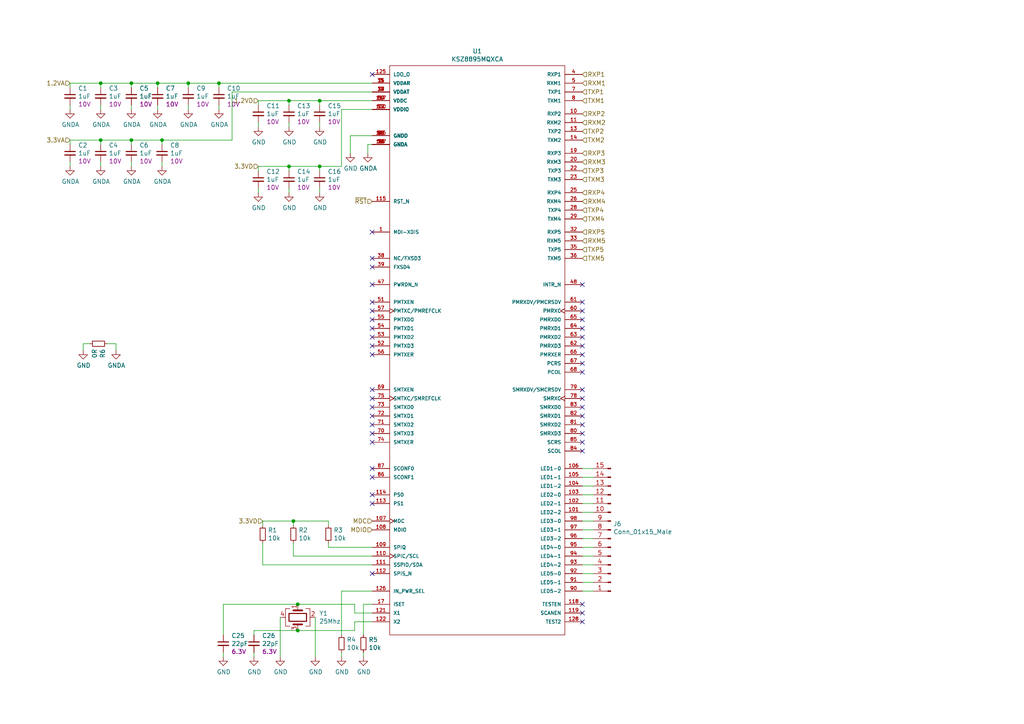
<source format=kicad_sch>
(kicad_sch (version 20211123) (generator eeschema)

  (uuid 70fb572d-d5ec-41e7-9482-63d4578b4f47)

  (paper "A4")

  (lib_symbols
    (symbol "Auto-Intern:KSZ8895MQXCA" (pin_names (offset 1.016)) (in_bom yes) (on_board yes)
      (property "Reference" "U" (id 0) (at -25.6794 90.0176 0)
        (effects (font (size 1.27 1.27)) (justify left bottom))
      )
      (property "Value" "Auto-Intern_KSZ8895MQXCA" (id 1) (at -24.13 -78.74 0)
        (effects (font (size 1.27 1.27)) (justify left bottom))
      )
      (property "Footprint" "QFP50P2320X1720X340-128N" (id 2) (at -15.24 2.54 0)
        (effects (font (size 1.27 1.27)) (justify left bottom) hide)
      )
      (property "Datasheet" "" (id 3) (at -5.08 5.08 0)
        (effects (font (size 1.27 1.27)) (justify left bottom) hide)
      )
      (property "DigiKey_PN" "576-4855-ND" (id 4) (at -6.35 0 0)
        (effects (font (size 1.27 1.27)) (justify left bottom) hide)
      )
      (symbol "KSZ8895MQXCA_0_0"
        (pin input line (at -30.48 40.64 0) (length 5.08)
          (name "MDI-XDIS" (effects (font (size 1.016 1.016))))
          (number "1" (effects (font (size 1.016 1.016))))
        )
        (pin input line (at 30.48 74.93 180) (length 5.08)
          (name "RXP2" (effects (font (size 1.016 1.016))))
          (number "10" (effects (font (size 1.016 1.016))))
        )
        (pin power_in line (at -30.48 76.2 0) (length 5.08)
          (name "VDDIO" (effects (font (size 1.016 1.016))))
          (number "100" (effects (font (size 1.016 1.016))))
        )
        (pin bidirectional line (at 30.48 -40.64 180) (length 5.08)
          (name "LED2-2" (effects (font (size 1.016 1.016))))
          (number "101" (effects (font (size 1.016 1.016))))
        )
        (pin bidirectional line (at 30.48 -38.1 180) (length 5.08)
          (name "LED2-1" (effects (font (size 1.016 1.016))))
          (number "102" (effects (font (size 1.016 1.016))))
        )
        (pin bidirectional line (at 30.48 -35.56 180) (length 5.08)
          (name "LED2-0" (effects (font (size 1.016 1.016))))
          (number "103" (effects (font (size 1.016 1.016))))
        )
        (pin bidirectional line (at 30.48 -33.02 180) (length 5.08)
          (name "LED1-2" (effects (font (size 1.016 1.016))))
          (number "104" (effects (font (size 1.016 1.016))))
        )
        (pin bidirectional line (at 30.48 -30.48 180) (length 5.08)
          (name "LED1-1" (effects (font (size 1.016 1.016))))
          (number "105" (effects (font (size 1.016 1.016))))
        )
        (pin bidirectional line (at 30.48 -27.94 180) (length 5.08)
          (name "LED1-0" (effects (font (size 1.016 1.016))))
          (number "106" (effects (font (size 1.016 1.016))))
        )
        (pin input clock (at -30.48 -43.18 0) (length 5.08)
          (name "MDC" (effects (font (size 1.016 1.016))))
          (number "107" (effects (font (size 1.016 1.016))))
        )
        (pin bidirectional line (at -30.48 -45.72 0) (length 5.08)
          (name "MDIO" (effects (font (size 1.016 1.016))))
          (number "108" (effects (font (size 1.016 1.016))))
        )
        (pin bidirectional line (at -30.48 -50.8 0) (length 5.08)
          (name "SPIQ" (effects (font (size 1.016 1.016))))
          (number "109" (effects (font (size 1.016 1.016))))
        )
        (pin input line (at 30.48 72.39 180) (length 5.08)
          (name "RXM2" (effects (font (size 1.016 1.016))))
          (number "11" (effects (font (size 1.016 1.016))))
        )
        (pin bidirectional clock (at -30.48 -53.34 0) (length 5.08)
          (name "SPIC/SCL" (effects (font (size 1.016 1.016))))
          (number "110" (effects (font (size 1.016 1.016))))
        )
        (pin bidirectional line (at -30.48 -55.88 0) (length 5.08)
          (name "SSPID/SDA" (effects (font (size 1.016 1.016))))
          (number "111" (effects (font (size 1.016 1.016))))
        )
        (pin input line (at -30.48 -58.42 0) (length 5.08)
          (name "SPIS_N" (effects (font (size 1.016 1.016))))
          (number "112" (effects (font (size 1.016 1.016))))
        )
        (pin input line (at -30.48 -38.1 0) (length 5.08)
          (name "PS1" (effects (font (size 1.016 1.016))))
          (number "113" (effects (font (size 1.016 1.016))))
        )
        (pin input line (at -30.48 -35.56 0) (length 5.08)
          (name "PS0" (effects (font (size 1.016 1.016))))
          (number "114" (effects (font (size 1.016 1.016))))
        )
        (pin input line (at -30.48 49.53 0) (length 5.08)
          (name "RST_N" (effects (font (size 1.016 1.016))))
          (number "115" (effects (font (size 1.016 1.016))))
        )
        (pin power_in line (at -30.48 68.58 0) (length 5.08)
          (name "GNDD" (effects (font (size 1.016 1.016))))
          (number "116" (effects (font (size 1.016 1.016))))
        )
        (pin power_in line (at -30.48 78.74 0) (length 5.08)
          (name "VDDC" (effects (font (size 1.016 1.016))))
          (number "117" (effects (font (size 1.016 1.016))))
        )
        (pin bidirectional line (at 30.48 -67.31 180) (length 5.08)
          (name "TESTEN" (effects (font (size 1.016 1.016))))
          (number "118" (effects (font (size 1.016 1.016))))
        )
        (pin bidirectional line (at 30.48 -69.85 180) (length 5.08)
          (name "SCANEN" (effects (font (size 1.016 1.016))))
          (number "119" (effects (font (size 1.016 1.016))))
        )
        (pin power_in line (at -30.48 66.04 0) (length 5.08)
          (name "GNDA" (effects (font (size 1.016 1.016))))
          (number "12" (effects (font (size 1.016 1.016))))
        )
        (pin input line (at -30.48 -69.85 0) (length 5.08)
          (name "X1" (effects (font (size 1.016 1.016))))
          (number "121" (effects (font (size 1.016 1.016))))
        )
        (pin output line (at -30.48 -72.39 0) (length 5.08)
          (name "X2" (effects (font (size 1.016 1.016))))
          (number "122" (effects (font (size 1.016 1.016))))
        )
        (pin power_in line (at -30.48 86.36 0) (length 5.08)
          (name "LDO_O" (effects (font (size 1.016 1.016))))
          (number "125" (effects (font (size 1.016 1.016))))
        )
        (pin input line (at -30.48 -63.5 0) (length 5.08)
          (name "IN_PWR_SEL" (effects (font (size 1.016 1.016))))
          (number "126" (effects (font (size 1.016 1.016))))
        )
        (pin power_in line (at -30.48 66.04 0) (length 5.08)
          (name "GNDA" (effects (font (size 1.016 1.016))))
          (number "127" (effects (font (size 1.016 1.016))))
        )
        (pin bidirectional line (at 30.48 -72.39 180) (length 5.08)
          (name "TEST2" (effects (font (size 1.016 1.016))))
          (number "128" (effects (font (size 1.016 1.016))))
        )
        (pin output line (at 30.48 69.85 180) (length 5.08)
          (name "TXP2" (effects (font (size 1.016 1.016))))
          (number "13" (effects (font (size 1.016 1.016))))
        )
        (pin output line (at 30.48 67.31 180) (length 5.08)
          (name "TXM2" (effects (font (size 1.016 1.016))))
          (number "14" (effects (font (size 1.016 1.016))))
        )
        (pin power_in line (at -30.48 83.82 0) (length 5.08)
          (name "VDDAR" (effects (font (size 1.016 1.016))))
          (number "15" (effects (font (size 1.016 1.016))))
        )
        (pin power_in line (at -30.48 66.04 0) (length 5.08)
          (name "GNDA" (effects (font (size 1.016 1.016))))
          (number "16" (effects (font (size 1.016 1.016))))
        )
        (pin passive line (at -30.48 -67.31 0) (length 5.08)
          (name "ISET" (effects (font (size 1.016 1.016))))
          (number "17" (effects (font (size 1.016 1.016))))
        )
        (pin power_in line (at -30.48 81.28 0) (length 5.08)
          (name "VDDAT" (effects (font (size 1.016 1.016))))
          (number "18" (effects (font (size 1.016 1.016))))
        )
        (pin input line (at 30.48 63.5 180) (length 5.08)
          (name "RXP3" (effects (font (size 1.016 1.016))))
          (number "19" (effects (font (size 1.016 1.016))))
        )
        (pin power_in line (at -30.48 66.04 0) (length 5.08)
          (name "GNDA" (effects (font (size 1.016 1.016))))
          (number "2" (effects (font (size 1.016 1.016))))
        )
        (pin input line (at 30.48 60.96 180) (length 5.08)
          (name "RXM3" (effects (font (size 1.016 1.016))))
          (number "20" (effects (font (size 1.016 1.016))))
        )
        (pin power_in line (at -30.48 66.04 0) (length 5.08)
          (name "GNDA" (effects (font (size 1.016 1.016))))
          (number "21" (effects (font (size 1.016 1.016))))
        )
        (pin output line (at 30.48 58.42 180) (length 5.08)
          (name "TXP3" (effects (font (size 1.016 1.016))))
          (number "22" (effects (font (size 1.016 1.016))))
        )
        (pin output line (at 30.48 55.88 180) (length 5.08)
          (name "TXM3" (effects (font (size 1.016 1.016))))
          (number "23" (effects (font (size 1.016 1.016))))
        )
        (pin power_in line (at -30.48 81.28 0) (length 5.08)
          (name "VDDAT" (effects (font (size 1.016 1.016))))
          (number "24" (effects (font (size 1.016 1.016))))
        )
        (pin input line (at 30.48 52.07 180) (length 5.08)
          (name "RXP4" (effects (font (size 1.016 1.016))))
          (number "25" (effects (font (size 1.016 1.016))))
        )
        (pin input line (at 30.48 49.53 180) (length 5.08)
          (name "RXM4" (effects (font (size 1.016 1.016))))
          (number "26" (effects (font (size 1.016 1.016))))
        )
        (pin power_in line (at -30.48 66.04 0) (length 5.08)
          (name "GNDA" (effects (font (size 1.016 1.016))))
          (number "27" (effects (font (size 1.016 1.016))))
        )
        (pin output line (at 30.48 46.99 180) (length 5.08)
          (name "TXP4" (effects (font (size 1.016 1.016))))
          (number "28" (effects (font (size 1.016 1.016))))
        )
        (pin output line (at 30.48 44.45 180) (length 5.08)
          (name "TXM4" (effects (font (size 1.016 1.016))))
          (number "29" (effects (font (size 1.016 1.016))))
        )
        (pin power_in line (at -30.48 83.82 0) (length 5.08)
          (name "VDDAR" (effects (font (size 1.016 1.016))))
          (number "3" (effects (font (size 1.016 1.016))))
        )
        (pin power_in line (at -30.48 66.04 0) (length 5.08)
          (name "GNDA" (effects (font (size 1.016 1.016))))
          (number "30" (effects (font (size 1.016 1.016))))
        )
        (pin power_in line (at -30.48 83.82 0) (length 5.08)
          (name "VDDAR" (effects (font (size 1.016 1.016))))
          (number "31" (effects (font (size 1.016 1.016))))
        )
        (pin input line (at 30.48 40.64 180) (length 5.08)
          (name "RXP5" (effects (font (size 1.016 1.016))))
          (number "32" (effects (font (size 1.016 1.016))))
        )
        (pin input line (at 30.48 38.1 180) (length 5.08)
          (name "RXM5" (effects (font (size 1.016 1.016))))
          (number "33" (effects (font (size 1.016 1.016))))
        )
        (pin power_in line (at -30.48 66.04 0) (length 5.08)
          (name "GNDA" (effects (font (size 1.016 1.016))))
          (number "34" (effects (font (size 1.016 1.016))))
        )
        (pin output line (at 30.48 35.56 180) (length 5.08)
          (name "TXP5" (effects (font (size 1.016 1.016))))
          (number "35" (effects (font (size 1.016 1.016))))
        )
        (pin output line (at 30.48 33.02 180) (length 5.08)
          (name "TXM5" (effects (font (size 1.016 1.016))))
          (number "36" (effects (font (size 1.016 1.016))))
        )
        (pin power_in line (at -30.48 81.28 0) (length 5.08)
          (name "VDDAT" (effects (font (size 1.016 1.016))))
          (number "37" (effects (font (size 1.016 1.016))))
        )
        (pin input line (at -30.48 33.02 0) (length 5.08)
          (name "NC/FXSD3" (effects (font (size 1.016 1.016))))
          (number "38" (effects (font (size 1.016 1.016))))
        )
        (pin input line (at -30.48 30.48 0) (length 5.08)
          (name "FXSD4" (effects (font (size 1.016 1.016))))
          (number "39" (effects (font (size 1.016 1.016))))
        )
        (pin input line (at 30.48 86.36 180) (length 5.08)
          (name "RXP1" (effects (font (size 1.016 1.016))))
          (number "4" (effects (font (size 1.016 1.016))))
        )
        (pin input line (at -30.48 25.4 0) (length 5.08)
          (name "PWRDN_N" (effects (font (size 1.016 1.016))))
          (number "47" (effects (font (size 1.016 1.016))))
        )
        (pin output line (at 30.48 25.4 180) (length 5.08)
          (name "INTR_N" (effects (font (size 1.016 1.016))))
          (number "48" (effects (font (size 1.016 1.016))))
        )
        (pin power_in line (at -30.48 68.58 0) (length 5.08)
          (name "GNDD" (effects (font (size 1.016 1.016))))
          (number "49" (effects (font (size 1.016 1.016))))
        )
        (pin input line (at 30.48 83.82 180) (length 5.08)
          (name "RXM1" (effects (font (size 1.016 1.016))))
          (number "5" (effects (font (size 1.016 1.016))))
        )
        (pin power_in line (at -30.48 78.74 0) (length 5.08)
          (name "VDDC" (effects (font (size 1.016 1.016))))
          (number "50" (effects (font (size 1.016 1.016))))
        )
        (pin input line (at -30.48 20.32 0) (length 5.08)
          (name "PMTXEN" (effects (font (size 1.016 1.016))))
          (number "51" (effects (font (size 1.016 1.016))))
        )
        (pin input line (at -30.48 7.62 0) (length 5.08)
          (name "PMTXD3" (effects (font (size 1.016 1.016))))
          (number "52" (effects (font (size 1.016 1.016))))
        )
        (pin input line (at -30.48 10.16 0) (length 5.08)
          (name "PMTXD2" (effects (font (size 1.016 1.016))))
          (number "53" (effects (font (size 1.016 1.016))))
        )
        (pin input line (at -30.48 12.7 0) (length 5.08)
          (name "PMTXD1" (effects (font (size 1.016 1.016))))
          (number "54" (effects (font (size 1.016 1.016))))
        )
        (pin input line (at -30.48 15.24 0) (length 5.08)
          (name "PMTXD0" (effects (font (size 1.016 1.016))))
          (number "55" (effects (font (size 1.016 1.016))))
        )
        (pin input line (at -30.48 5.08 0) (length 5.08)
          (name "PMTXER" (effects (font (size 1.016 1.016))))
          (number "56" (effects (font (size 1.016 1.016))))
        )
        (pin bidirectional clock (at -30.48 17.78 0) (length 5.08)
          (name "PMTXC/PMREFCLK" (effects (font (size 1.016 1.016))))
          (number "57" (effects (font (size 1.016 1.016))))
        )
        (pin power_in line (at -30.48 68.58 0) (length 5.08)
          (name "GNDD" (effects (font (size 1.016 1.016))))
          (number "58" (effects (font (size 1.016 1.016))))
        )
        (pin power_in line (at -30.48 76.2 0) (length 5.08)
          (name "VDDIO" (effects (font (size 1.016 1.016))))
          (number "59" (effects (font (size 1.016 1.016))))
        )
        (pin power_in line (at -30.48 66.04 0) (length 5.08)
          (name "GNDA" (effects (font (size 1.016 1.016))))
          (number "6" (effects (font (size 1.016 1.016))))
        )
        (pin bidirectional clock (at 30.48 17.78 180) (length 5.08)
          (name "PMRXC" (effects (font (size 1.016 1.016))))
          (number "60" (effects (font (size 1.016 1.016))))
        )
        (pin bidirectional line (at 30.48 20.32 180) (length 5.08)
          (name "PMRXDV/PMCRSDV" (effects (font (size 1.016 1.016))))
          (number "61" (effects (font (size 1.016 1.016))))
        )
        (pin bidirectional line (at 30.48 7.62 180) (length 5.08)
          (name "PMRXD3" (effects (font (size 1.016 1.016))))
          (number "62" (effects (font (size 1.016 1.016))))
        )
        (pin bidirectional line (at 30.48 10.16 180) (length 5.08)
          (name "PMRXD2" (effects (font (size 1.016 1.016))))
          (number "63" (effects (font (size 1.016 1.016))))
        )
        (pin bidirectional line (at 30.48 12.7 180) (length 5.08)
          (name "PMRXD1" (effects (font (size 1.016 1.016))))
          (number "64" (effects (font (size 1.016 1.016))))
        )
        (pin bidirectional line (at 30.48 15.24 180) (length 5.08)
          (name "PMRXD0" (effects (font (size 1.016 1.016))))
          (number "65" (effects (font (size 1.016 1.016))))
        )
        (pin bidirectional line (at 30.48 5.08 180) (length 5.08)
          (name "PMRXER" (effects (font (size 1.016 1.016))))
          (number "66" (effects (font (size 1.016 1.016))))
        )
        (pin bidirectional line (at 30.48 2.54 180) (length 5.08)
          (name "PCRS" (effects (font (size 1.016 1.016))))
          (number "67" (effects (font (size 1.016 1.016))))
        )
        (pin bidirectional line (at 30.48 0 180) (length 5.08)
          (name "PCOL" (effects (font (size 1.016 1.016))))
          (number "68" (effects (font (size 1.016 1.016))))
        )
        (pin input line (at -30.48 -5.08 0) (length 5.08)
          (name "SMTXEN" (effects (font (size 1.016 1.016))))
          (number "69" (effects (font (size 1.016 1.016))))
        )
        (pin output line (at 30.48 81.28 180) (length 5.08)
          (name "TXP1" (effects (font (size 1.016 1.016))))
          (number "7" (effects (font (size 1.016 1.016))))
        )
        (pin input line (at -30.48 -17.78 0) (length 5.08)
          (name "SMTXD3" (effects (font (size 1.016 1.016))))
          (number "70" (effects (font (size 1.016 1.016))))
        )
        (pin input line (at -30.48 -15.24 0) (length 5.08)
          (name "SMTXD2" (effects (font (size 1.016 1.016))))
          (number "71" (effects (font (size 1.016 1.016))))
        )
        (pin input line (at -30.48 -12.7 0) (length 5.08)
          (name "SMTXD1" (effects (font (size 1.016 1.016))))
          (number "72" (effects (font (size 1.016 1.016))))
        )
        (pin input line (at -30.48 -10.16 0) (length 5.08)
          (name "SMTXD0" (effects (font (size 1.016 1.016))))
          (number "73" (effects (font (size 1.016 1.016))))
        )
        (pin input line (at -30.48 -20.32 0) (length 5.08)
          (name "SMTXER" (effects (font (size 1.016 1.016))))
          (number "74" (effects (font (size 1.016 1.016))))
        )
        (pin bidirectional clock (at -30.48 -7.62 0) (length 5.08)
          (name "SMTXC/SMREFCLK" (effects (font (size 1.016 1.016))))
          (number "75" (effects (font (size 1.016 1.016))))
        )
        (pin power_in line (at -30.48 68.58 0) (length 5.08)
          (name "GNDD" (effects (font (size 1.016 1.016))))
          (number "76" (effects (font (size 1.016 1.016))))
        )
        (pin power_in line (at -30.48 76.2 0) (length 5.08)
          (name "VDDIO" (effects (font (size 1.016 1.016))))
          (number "77" (effects (font (size 1.016 1.016))))
        )
        (pin bidirectional clock (at 30.48 -7.62 180) (length 5.08)
          (name "SMRXC" (effects (font (size 1.016 1.016))))
          (number "78" (effects (font (size 1.016 1.016))))
        )
        (pin bidirectional line (at 30.48 -5.08 180) (length 5.08)
          (name "SMRXDV/SMCRSDV" (effects (font (size 1.016 1.016))))
          (number "79" (effects (font (size 1.016 1.016))))
        )
        (pin output line (at 30.48 78.74 180) (length 5.08)
          (name "TXM1" (effects (font (size 1.016 1.016))))
          (number "8" (effects (font (size 1.016 1.016))))
        )
        (pin bidirectional line (at 30.48 -17.78 180) (length 5.08)
          (name "SMRXD3" (effects (font (size 1.016 1.016))))
          (number "80" (effects (font (size 1.016 1.016))))
        )
        (pin bidirectional line (at 30.48 -15.24 180) (length 5.08)
          (name "SMRXD2" (effects (font (size 1.016 1.016))))
          (number "81" (effects (font (size 1.016 1.016))))
        )
        (pin bidirectional line (at 30.48 -12.7 180) (length 5.08)
          (name "SMRXD1" (effects (font (size 1.016 1.016))))
          (number "82" (effects (font (size 1.016 1.016))))
        )
        (pin bidirectional line (at 30.48 -10.16 180) (length 5.08)
          (name "SMRXD0" (effects (font (size 1.016 1.016))))
          (number "83" (effects (font (size 1.016 1.016))))
        )
        (pin bidirectional line (at 30.48 -22.86 180) (length 5.08)
          (name "SCOL" (effects (font (size 1.016 1.016))))
          (number "84" (effects (font (size 1.016 1.016))))
        )
        (pin bidirectional line (at 30.48 -20.32 180) (length 5.08)
          (name "SCRS" (effects (font (size 1.016 1.016))))
          (number "85" (effects (font (size 1.016 1.016))))
        )
        (pin input line (at -30.48 -30.48 0) (length 5.08)
          (name "SCONF1" (effects (font (size 1.016 1.016))))
          (number "86" (effects (font (size 1.016 1.016))))
        )
        (pin input line (at -30.48 -27.94 0) (length 5.08)
          (name "SCONF0" (effects (font (size 1.016 1.016))))
          (number "87" (effects (font (size 1.016 1.016))))
        )
        (pin power_in line (at -30.48 68.58 0) (length 5.08)
          (name "GNDD" (effects (font (size 1.016 1.016))))
          (number "88" (effects (font (size 1.016 1.016))))
        )
        (pin power_in line (at -30.48 78.74 0) (length 5.08)
          (name "VDDC" (effects (font (size 1.016 1.016))))
          (number "89" (effects (font (size 1.016 1.016))))
        )
        (pin power_in line (at -30.48 81.28 0) (length 5.08)
          (name "VDDAT" (effects (font (size 1.016 1.016))))
          (number "9" (effects (font (size 1.016 1.016))))
        )
        (pin bidirectional line (at 30.48 -63.5 180) (length 5.08)
          (name "LED5-2" (effects (font (size 1.016 1.016))))
          (number "90" (effects (font (size 1.016 1.016))))
        )
        (pin bidirectional line (at 30.48 -60.96 180) (length 5.08)
          (name "LED5-1" (effects (font (size 1.016 1.016))))
          (number "91" (effects (font (size 1.016 1.016))))
        )
        (pin bidirectional line (at 30.48 -58.42 180) (length 5.08)
          (name "LED5-0" (effects (font (size 1.016 1.016))))
          (number "92" (effects (font (size 1.016 1.016))))
        )
        (pin bidirectional line (at 30.48 -55.88 180) (length 5.08)
          (name "LED4-2" (effects (font (size 1.016 1.016))))
          (number "93" (effects (font (size 1.016 1.016))))
        )
        (pin bidirectional line (at 30.48 -53.34 180) (length 5.08)
          (name "LED4-1" (effects (font (size 1.016 1.016))))
          (number "94" (effects (font (size 1.016 1.016))))
        )
        (pin bidirectional line (at 30.48 -50.8 180) (length 5.08)
          (name "LED4-0" (effects (font (size 1.016 1.016))))
          (number "95" (effects (font (size 1.016 1.016))))
        )
        (pin bidirectional line (at 30.48 -48.26 180) (length 5.08)
          (name "LED3-2" (effects (font (size 1.016 1.016))))
          (number "96" (effects (font (size 1.016 1.016))))
        )
        (pin bidirectional line (at 30.48 -45.72 180) (length 5.08)
          (name "LED3-1" (effects (font (size 1.016 1.016))))
          (number "97" (effects (font (size 1.016 1.016))))
        )
        (pin bidirectional line (at 30.48 -43.18 180) (length 5.08)
          (name "LED3-0" (effects (font (size 1.016 1.016))))
          (number "98" (effects (font (size 1.016 1.016))))
        )
        (pin power_in line (at -30.48 68.58 0) (length 5.08)
          (name "GNDD" (effects (font (size 1.016 1.016))))
          (number "99" (effects (font (size 1.016 1.016))))
        )
      )
      (symbol "KSZ8895MQXCA_0_1"
        (rectangle (start -25.4 88.9) (end 25.4 -76.2)
          (stroke (width 0) (type default) (color 0 0 0 0))
          (fill (type none))
        )
      )
    )
    (symbol "Connector:Conn_01x15_Male" (pin_names (offset 1.016) hide) (in_bom yes) (on_board yes)
      (property "Reference" "J" (id 0) (at 0 20.32 0)
        (effects (font (size 1.27 1.27)))
      )
      (property "Value" "Conn_01x15_Male" (id 1) (at 0 -20.32 0)
        (effects (font (size 1.27 1.27)))
      )
      (property "Footprint" "" (id 2) (at 0 0 0)
        (effects (font (size 1.27 1.27)) hide)
      )
      (property "Datasheet" "~" (id 3) (at 0 0 0)
        (effects (font (size 1.27 1.27)) hide)
      )
      (property "ki_keywords" "connector" (id 4) (at 0 0 0)
        (effects (font (size 1.27 1.27)) hide)
      )
      (property "ki_description" "Generic connector, single row, 01x15, script generated (kicad-library-utils/schlib/autogen/connector/)" (id 5) (at 0 0 0)
        (effects (font (size 1.27 1.27)) hide)
      )
      (property "ki_fp_filters" "Connector*:*_1x??_*" (id 6) (at 0 0 0)
        (effects (font (size 1.27 1.27)) hide)
      )
      (symbol "Conn_01x15_Male_1_1"
        (polyline
          (pts
            (xy 1.27 -17.78)
            (xy 0.8636 -17.78)
          )
          (stroke (width 0.1524) (type default) (color 0 0 0 0))
          (fill (type none))
        )
        (polyline
          (pts
            (xy 1.27 -15.24)
            (xy 0.8636 -15.24)
          )
          (stroke (width 0.1524) (type default) (color 0 0 0 0))
          (fill (type none))
        )
        (polyline
          (pts
            (xy 1.27 -12.7)
            (xy 0.8636 -12.7)
          )
          (stroke (width 0.1524) (type default) (color 0 0 0 0))
          (fill (type none))
        )
        (polyline
          (pts
            (xy 1.27 -10.16)
            (xy 0.8636 -10.16)
          )
          (stroke (width 0.1524) (type default) (color 0 0 0 0))
          (fill (type none))
        )
        (polyline
          (pts
            (xy 1.27 -7.62)
            (xy 0.8636 -7.62)
          )
          (stroke (width 0.1524) (type default) (color 0 0 0 0))
          (fill (type none))
        )
        (polyline
          (pts
            (xy 1.27 -5.08)
            (xy 0.8636 -5.08)
          )
          (stroke (width 0.1524) (type default) (color 0 0 0 0))
          (fill (type none))
        )
        (polyline
          (pts
            (xy 1.27 -2.54)
            (xy 0.8636 -2.54)
          )
          (stroke (width 0.1524) (type default) (color 0 0 0 0))
          (fill (type none))
        )
        (polyline
          (pts
            (xy 1.27 0)
            (xy 0.8636 0)
          )
          (stroke (width 0.1524) (type default) (color 0 0 0 0))
          (fill (type none))
        )
        (polyline
          (pts
            (xy 1.27 2.54)
            (xy 0.8636 2.54)
          )
          (stroke (width 0.1524) (type default) (color 0 0 0 0))
          (fill (type none))
        )
        (polyline
          (pts
            (xy 1.27 5.08)
            (xy 0.8636 5.08)
          )
          (stroke (width 0.1524) (type default) (color 0 0 0 0))
          (fill (type none))
        )
        (polyline
          (pts
            (xy 1.27 7.62)
            (xy 0.8636 7.62)
          )
          (stroke (width 0.1524) (type default) (color 0 0 0 0))
          (fill (type none))
        )
        (polyline
          (pts
            (xy 1.27 10.16)
            (xy 0.8636 10.16)
          )
          (stroke (width 0.1524) (type default) (color 0 0 0 0))
          (fill (type none))
        )
        (polyline
          (pts
            (xy 1.27 12.7)
            (xy 0.8636 12.7)
          )
          (stroke (width 0.1524) (type default) (color 0 0 0 0))
          (fill (type none))
        )
        (polyline
          (pts
            (xy 1.27 15.24)
            (xy 0.8636 15.24)
          )
          (stroke (width 0.1524) (type default) (color 0 0 0 0))
          (fill (type none))
        )
        (polyline
          (pts
            (xy 1.27 17.78)
            (xy 0.8636 17.78)
          )
          (stroke (width 0.1524) (type default) (color 0 0 0 0))
          (fill (type none))
        )
        (rectangle (start 0.8636 -17.653) (end 0 -17.907)
          (stroke (width 0.1524) (type default) (color 0 0 0 0))
          (fill (type outline))
        )
        (rectangle (start 0.8636 -15.113) (end 0 -15.367)
          (stroke (width 0.1524) (type default) (color 0 0 0 0))
          (fill (type outline))
        )
        (rectangle (start 0.8636 -12.573) (end 0 -12.827)
          (stroke (width 0.1524) (type default) (color 0 0 0 0))
          (fill (type outline))
        )
        (rectangle (start 0.8636 -10.033) (end 0 -10.287)
          (stroke (width 0.1524) (type default) (color 0 0 0 0))
          (fill (type outline))
        )
        (rectangle (start 0.8636 -7.493) (end 0 -7.747)
          (stroke (width 0.1524) (type default) (color 0 0 0 0))
          (fill (type outline))
        )
        (rectangle (start 0.8636 -4.953) (end 0 -5.207)
          (stroke (width 0.1524) (type default) (color 0 0 0 0))
          (fill (type outline))
        )
        (rectangle (start 0.8636 -2.413) (end 0 -2.667)
          (stroke (width 0.1524) (type default) (color 0 0 0 0))
          (fill (type outline))
        )
        (rectangle (start 0.8636 0.127) (end 0 -0.127)
          (stroke (width 0.1524) (type default) (color 0 0 0 0))
          (fill (type outline))
        )
        (rectangle (start 0.8636 2.667) (end 0 2.413)
          (stroke (width 0.1524) (type default) (color 0 0 0 0))
          (fill (type outline))
        )
        (rectangle (start 0.8636 5.207) (end 0 4.953)
          (stroke (width 0.1524) (type default) (color 0 0 0 0))
          (fill (type outline))
        )
        (rectangle (start 0.8636 7.747) (end 0 7.493)
          (stroke (width 0.1524) (type default) (color 0 0 0 0))
          (fill (type outline))
        )
        (rectangle (start 0.8636 10.287) (end 0 10.033)
          (stroke (width 0.1524) (type default) (color 0 0 0 0))
          (fill (type outline))
        )
        (rectangle (start 0.8636 12.827) (end 0 12.573)
          (stroke (width 0.1524) (type default) (color 0 0 0 0))
          (fill (type outline))
        )
        (rectangle (start 0.8636 15.367) (end 0 15.113)
          (stroke (width 0.1524) (type default) (color 0 0 0 0))
          (fill (type outline))
        )
        (rectangle (start 0.8636 17.907) (end 0 17.653)
          (stroke (width 0.1524) (type default) (color 0 0 0 0))
          (fill (type outline))
        )
        (pin passive line (at 5.08 17.78 180) (length 3.81)
          (name "Pin_1" (effects (font (size 1.27 1.27))))
          (number "1" (effects (font (size 1.27 1.27))))
        )
        (pin passive line (at 5.08 -5.08 180) (length 3.81)
          (name "Pin_10" (effects (font (size 1.27 1.27))))
          (number "10" (effects (font (size 1.27 1.27))))
        )
        (pin passive line (at 5.08 -7.62 180) (length 3.81)
          (name "Pin_11" (effects (font (size 1.27 1.27))))
          (number "11" (effects (font (size 1.27 1.27))))
        )
        (pin passive line (at 5.08 -10.16 180) (length 3.81)
          (name "Pin_12" (effects (font (size 1.27 1.27))))
          (number "12" (effects (font (size 1.27 1.27))))
        )
        (pin passive line (at 5.08 -12.7 180) (length 3.81)
          (name "Pin_13" (effects (font (size 1.27 1.27))))
          (number "13" (effects (font (size 1.27 1.27))))
        )
        (pin passive line (at 5.08 -15.24 180) (length 3.81)
          (name "Pin_14" (effects (font (size 1.27 1.27))))
          (number "14" (effects (font (size 1.27 1.27))))
        )
        (pin passive line (at 5.08 -17.78 180) (length 3.81)
          (name "Pin_15" (effects (font (size 1.27 1.27))))
          (number "15" (effects (font (size 1.27 1.27))))
        )
        (pin passive line (at 5.08 15.24 180) (length 3.81)
          (name "Pin_2" (effects (font (size 1.27 1.27))))
          (number "2" (effects (font (size 1.27 1.27))))
        )
        (pin passive line (at 5.08 12.7 180) (length 3.81)
          (name "Pin_3" (effects (font (size 1.27 1.27))))
          (number "3" (effects (font (size 1.27 1.27))))
        )
        (pin passive line (at 5.08 10.16 180) (length 3.81)
          (name "Pin_4" (effects (font (size 1.27 1.27))))
          (number "4" (effects (font (size 1.27 1.27))))
        )
        (pin passive line (at 5.08 7.62 180) (length 3.81)
          (name "Pin_5" (effects (font (size 1.27 1.27))))
          (number "5" (effects (font (size 1.27 1.27))))
        )
        (pin passive line (at 5.08 5.08 180) (length 3.81)
          (name "Pin_6" (effects (font (size 1.27 1.27))))
          (number "6" (effects (font (size 1.27 1.27))))
        )
        (pin passive line (at 5.08 2.54 180) (length 3.81)
          (name "Pin_7" (effects (font (size 1.27 1.27))))
          (number "7" (effects (font (size 1.27 1.27))))
        )
        (pin passive line (at 5.08 0 180) (length 3.81)
          (name "Pin_8" (effects (font (size 1.27 1.27))))
          (number "8" (effects (font (size 1.27 1.27))))
        )
        (pin passive line (at 5.08 -2.54 180) (length 3.81)
          (name "Pin_9" (effects (font (size 1.27 1.27))))
          (number "9" (effects (font (size 1.27 1.27))))
        )
      )
    )
    (symbol "Device:C_Small" (pin_numbers hide) (pin_names (offset 0.254) hide) (in_bom yes) (on_board yes)
      (property "Reference" "C" (id 0) (at 0.254 1.778 0)
        (effects (font (size 1.27 1.27)) (justify left))
      )
      (property "Value" "C_Small" (id 1) (at 0.254 -2.032 0)
        (effects (font (size 1.27 1.27)) (justify left))
      )
      (property "Footprint" "" (id 2) (at 0 0 0)
        (effects (font (size 1.27 1.27)) hide)
      )
      (property "Datasheet" "~" (id 3) (at 0 0 0)
        (effects (font (size 1.27 1.27)) hide)
      )
      (property "ki_keywords" "capacitor cap" (id 4) (at 0 0 0)
        (effects (font (size 1.27 1.27)) hide)
      )
      (property "ki_description" "Unpolarized capacitor, small symbol" (id 5) (at 0 0 0)
        (effects (font (size 1.27 1.27)) hide)
      )
      (property "ki_fp_filters" "C_*" (id 6) (at 0 0 0)
        (effects (font (size 1.27 1.27)) hide)
      )
      (symbol "C_Small_0_1"
        (polyline
          (pts
            (xy -1.524 -0.508)
            (xy 1.524 -0.508)
          )
          (stroke (width 0.3302) (type default) (color 0 0 0 0))
          (fill (type none))
        )
        (polyline
          (pts
            (xy -1.524 0.508)
            (xy 1.524 0.508)
          )
          (stroke (width 0.3048) (type default) (color 0 0 0 0))
          (fill (type none))
        )
      )
      (symbol "C_Small_1_1"
        (pin passive line (at 0 2.54 270) (length 2.032)
          (name "~" (effects (font (size 1.27 1.27))))
          (number "1" (effects (font (size 1.27 1.27))))
        )
        (pin passive line (at 0 -2.54 90) (length 2.032)
          (name "~" (effects (font (size 1.27 1.27))))
          (number "2" (effects (font (size 1.27 1.27))))
        )
      )
    )
    (symbol "Device:Crystal_GND24" (pin_names (offset 1.016) hide) (in_bom yes) (on_board yes)
      (property "Reference" "Y" (id 0) (at 3.175 5.08 0)
        (effects (font (size 1.27 1.27)) (justify left))
      )
      (property "Value" "Crystal_GND24" (id 1) (at 3.175 3.175 0)
        (effects (font (size 1.27 1.27)) (justify left))
      )
      (property "Footprint" "" (id 2) (at 0 0 0)
        (effects (font (size 1.27 1.27)) hide)
      )
      (property "Datasheet" "~" (id 3) (at 0 0 0)
        (effects (font (size 1.27 1.27)) hide)
      )
      (property "ki_keywords" "quartz ceramic resonator oscillator" (id 4) (at 0 0 0)
        (effects (font (size 1.27 1.27)) hide)
      )
      (property "ki_description" "Four pin crystal, GND on pins 2 and 4" (id 5) (at 0 0 0)
        (effects (font (size 1.27 1.27)) hide)
      )
      (property "ki_fp_filters" "Crystal*" (id 6) (at 0 0 0)
        (effects (font (size 1.27 1.27)) hide)
      )
      (symbol "Crystal_GND24_0_1"
        (rectangle (start -1.143 2.54) (end 1.143 -2.54)
          (stroke (width 0.3048) (type default) (color 0 0 0 0))
          (fill (type none))
        )
        (polyline
          (pts
            (xy -2.54 0)
            (xy -2.032 0)
          )
          (stroke (width 0) (type default) (color 0 0 0 0))
          (fill (type none))
        )
        (polyline
          (pts
            (xy -2.032 -1.27)
            (xy -2.032 1.27)
          )
          (stroke (width 0.508) (type default) (color 0 0 0 0))
          (fill (type none))
        )
        (polyline
          (pts
            (xy 0 -3.81)
            (xy 0 -3.556)
          )
          (stroke (width 0) (type default) (color 0 0 0 0))
          (fill (type none))
        )
        (polyline
          (pts
            (xy 0 3.556)
            (xy 0 3.81)
          )
          (stroke (width 0) (type default) (color 0 0 0 0))
          (fill (type none))
        )
        (polyline
          (pts
            (xy 2.032 -1.27)
            (xy 2.032 1.27)
          )
          (stroke (width 0.508) (type default) (color 0 0 0 0))
          (fill (type none))
        )
        (polyline
          (pts
            (xy 2.032 0)
            (xy 2.54 0)
          )
          (stroke (width 0) (type default) (color 0 0 0 0))
          (fill (type none))
        )
        (polyline
          (pts
            (xy -2.54 -2.286)
            (xy -2.54 -3.556)
            (xy 2.54 -3.556)
            (xy 2.54 -2.286)
          )
          (stroke (width 0) (type default) (color 0 0 0 0))
          (fill (type none))
        )
        (polyline
          (pts
            (xy -2.54 2.286)
            (xy -2.54 3.556)
            (xy 2.54 3.556)
            (xy 2.54 2.286)
          )
          (stroke (width 0) (type default) (color 0 0 0 0))
          (fill (type none))
        )
      )
      (symbol "Crystal_GND24_1_1"
        (pin passive line (at -3.81 0 0) (length 1.27)
          (name "1" (effects (font (size 1.27 1.27))))
          (number "1" (effects (font (size 1.27 1.27))))
        )
        (pin passive line (at 0 5.08 270) (length 1.27)
          (name "2" (effects (font (size 1.27 1.27))))
          (number "2" (effects (font (size 1.27 1.27))))
        )
        (pin passive line (at 3.81 0 180) (length 1.27)
          (name "3" (effects (font (size 1.27 1.27))))
          (number "3" (effects (font (size 1.27 1.27))))
        )
        (pin passive line (at 0 -5.08 90) (length 1.27)
          (name "4" (effects (font (size 1.27 1.27))))
          (number "4" (effects (font (size 1.27 1.27))))
        )
      )
    )
    (symbol "Device:R_Small" (pin_numbers hide) (pin_names (offset 0.254) hide) (in_bom yes) (on_board yes)
      (property "Reference" "R" (id 0) (at 0.762 0.508 0)
        (effects (font (size 1.27 1.27)) (justify left))
      )
      (property "Value" "R_Small" (id 1) (at 0.762 -1.016 0)
        (effects (font (size 1.27 1.27)) (justify left))
      )
      (property "Footprint" "" (id 2) (at 0 0 0)
        (effects (font (size 1.27 1.27)) hide)
      )
      (property "Datasheet" "~" (id 3) (at 0 0 0)
        (effects (font (size 1.27 1.27)) hide)
      )
      (property "ki_keywords" "R resistor" (id 4) (at 0 0 0)
        (effects (font (size 1.27 1.27)) hide)
      )
      (property "ki_description" "Resistor, small symbol" (id 5) (at 0 0 0)
        (effects (font (size 1.27 1.27)) hide)
      )
      (property "ki_fp_filters" "R_*" (id 6) (at 0 0 0)
        (effects (font (size 1.27 1.27)) hide)
      )
      (symbol "R_Small_0_1"
        (rectangle (start -0.762 1.778) (end 0.762 -1.778)
          (stroke (width 0.2032) (type default) (color 0 0 0 0))
          (fill (type none))
        )
      )
      (symbol "R_Small_1_1"
        (pin passive line (at 0 2.54 270) (length 0.762)
          (name "~" (effects (font (size 1.27 1.27))))
          (number "1" (effects (font (size 1.27 1.27))))
        )
        (pin passive line (at 0 -2.54 90) (length 0.762)
          (name "~" (effects (font (size 1.27 1.27))))
          (number "2" (effects (font (size 1.27 1.27))))
        )
      )
    )
    (symbol "power:GND" (power) (pin_names (offset 0)) (in_bom yes) (on_board yes)
      (property "Reference" "#PWR" (id 0) (at 0 -6.35 0)
        (effects (font (size 1.27 1.27)) hide)
      )
      (property "Value" "GND" (id 1) (at 0 -3.81 0)
        (effects (font (size 1.27 1.27)))
      )
      (property "Footprint" "" (id 2) (at 0 0 0)
        (effects (font (size 1.27 1.27)) hide)
      )
      (property "Datasheet" "" (id 3) (at 0 0 0)
        (effects (font (size 1.27 1.27)) hide)
      )
      (property "ki_keywords" "power-flag" (id 4) (at 0 0 0)
        (effects (font (size 1.27 1.27)) hide)
      )
      (property "ki_description" "Power symbol creates a global label with name \"GND\" , ground" (id 5) (at 0 0 0)
        (effects (font (size 1.27 1.27)) hide)
      )
      (symbol "GND_0_1"
        (polyline
          (pts
            (xy 0 0)
            (xy 0 -1.27)
            (xy 1.27 -1.27)
            (xy 0 -2.54)
            (xy -1.27 -1.27)
            (xy 0 -1.27)
          )
          (stroke (width 0) (type default) (color 0 0 0 0))
          (fill (type none))
        )
      )
      (symbol "GND_1_1"
        (pin power_in line (at 0 0 270) (length 0) hide
          (name "GND" (effects (font (size 1.27 1.27))))
          (number "1" (effects (font (size 1.27 1.27))))
        )
      )
    )
    (symbol "power:GNDA" (power) (pin_names (offset 0)) (in_bom yes) (on_board yes)
      (property "Reference" "#PWR" (id 0) (at 0 -6.35 0)
        (effects (font (size 1.27 1.27)) hide)
      )
      (property "Value" "GNDA" (id 1) (at 0 -3.81 0)
        (effects (font (size 1.27 1.27)))
      )
      (property "Footprint" "" (id 2) (at 0 0 0)
        (effects (font (size 1.27 1.27)) hide)
      )
      (property "Datasheet" "" (id 3) (at 0 0 0)
        (effects (font (size 1.27 1.27)) hide)
      )
      (property "ki_keywords" "power-flag" (id 4) (at 0 0 0)
        (effects (font (size 1.27 1.27)) hide)
      )
      (property "ki_description" "Power symbol creates a global label with name \"GNDA\" , analog ground" (id 5) (at 0 0 0)
        (effects (font (size 1.27 1.27)) hide)
      )
      (symbol "GNDA_0_1"
        (polyline
          (pts
            (xy 0 0)
            (xy 0 -1.27)
            (xy 1.27 -1.27)
            (xy 0 -2.54)
            (xy -1.27 -1.27)
            (xy 0 -1.27)
          )
          (stroke (width 0) (type default) (color 0 0 0 0))
          (fill (type none))
        )
      )
      (symbol "GNDA_1_1"
        (pin power_in line (at 0 0 270) (length 0) hide
          (name "GNDA" (effects (font (size 1.27 1.27))))
          (number "1" (effects (font (size 1.27 1.27))))
        )
      )
    )
  )

  (junction (at 92.71 29.21) (diameter 0) (color 0 0 0 0)
    (uuid 0520f61d-4522-4301-a3fa-8ed0bf060f69)
  )
  (junction (at 83.82 29.21) (diameter 0) (color 0 0 0 0)
    (uuid 1f8b2c0c-b042-4e2e-80f6-4959a27b238f)
  )
  (junction (at 38.1 40.64) (diameter 0) (color 0 0 0 0)
    (uuid 3326423d-8df7-4a7e-a354-349430b8fbd7)
  )
  (junction (at 45.72 24.13) (diameter 0) (color 0 0 0 0)
    (uuid 36d783e7-096f-4c97-9672-7e08c083b87b)
  )
  (junction (at 38.1 24.13) (diameter 0) (color 0 0 0 0)
    (uuid 4d4fecdd-be4a-47e9-9085-2268d5852d8f)
  )
  (junction (at 63.5 24.13) (diameter 0) (color 0 0 0 0)
    (uuid 57276367-9ce4-4738-88d7-6e8cb94c966c)
  )
  (junction (at 86.36 175.26) (diameter 0) (color 0 0 0 0)
    (uuid 590fefcc-03e7-45d6-b6c9-e51a7c3c36c4)
  )
  (junction (at 86.36 182.88) (diameter 0) (color 0 0 0 0)
    (uuid 78f9c3d3-3556-46f6-9744-05ad54b330f0)
  )
  (junction (at 83.82 48.26) (diameter 0) (color 0 0 0 0)
    (uuid 8fc062a7-114d-48eb-a8f8-71128838f380)
  )
  (junction (at 92.71 48.26) (diameter 0) (color 0 0 0 0)
    (uuid 8fcec304-c6b1-4655-8326-beacd0476953)
  )
  (junction (at 29.21 24.13) (diameter 0) (color 0 0 0 0)
    (uuid 9aedbb9e-8340-4899-b813-05b23382a36b)
  )
  (junction (at 29.21 40.64) (diameter 0) (color 0 0 0 0)
    (uuid 9dcdc92b-2219-4a4a-8954-45f02cc3ab25)
  )
  (junction (at 85.09 151.13) (diameter 0) (color 0 0 0 0)
    (uuid a7f25f41-0b4c-4430-b6cd-b2160b2db099)
  )
  (junction (at 54.61 24.13) (diameter 0) (color 0 0 0 0)
    (uuid c9b9e62d-dede-4d1a-9a05-275614f8bdb2)
  )
  (junction (at 46.99 40.64) (diameter 0) (color 0 0 0 0)
    (uuid eed466bf-cd88-4860-9abf-41a594ca08bd)
  )

  (no_connect (at 107.95 77.47) (uuid 18c61c95-8af1-4986-b67e-c7af9c15ab6b))
  (no_connect (at 107.95 95.25) (uuid 2035ea48-3ef5-4d7f-8c3c-50981b30c89a))
  (no_connect (at 168.91 105.41) (uuid 25bc3602-3fb4-4a04-94e3-21ba22562c24))
  (no_connect (at 168.91 97.79) (uuid 283c990c-ae5a-4e41-a3ad-b40ca29fe90e))
  (no_connect (at 168.91 125.73) (uuid 2c60448a-e30f-46b2-89e1-a44f51688efc))
  (no_connect (at 107.95 90.17) (uuid 2e90e294-82e1-45da-9bf1-b91dfe0dc8f6))
  (no_connect (at 168.91 82.55) (uuid 38cfe839-c630-43d3-a9ec-6a89ba9e318a))
  (no_connect (at 107.95 120.65) (uuid 3b686d17-1000-4762-ba31-589d599a3edf))
  (no_connect (at 107.95 146.05) (uuid 44646447-0a8e-4aec-a74e-22bf765d0f33))
  (no_connect (at 168.91 95.25) (uuid 49575217-40b0-4890-8acf-12982cca52b5))
  (no_connect (at 168.91 113.03) (uuid 4a54c707-7b6f-4a3d-a74d-5e3526114aba))
  (no_connect (at 168.91 107.95) (uuid 4aa97874-2fd2-414c-b381-9420384c2fd8))
  (no_connect (at 168.91 120.65) (uuid 4b1fce17-dec7-457e-ba3b-a77604e77dc9))
  (no_connect (at 168.91 92.71) (uuid 4cafb73d-1ad8-4d24-acf7-63d78095ae46))
  (no_connect (at 107.95 74.93) (uuid 4e27930e-1827-4788-aa6b-487321d46602))
  (no_connect (at 107.95 138.43) (uuid 5701b80f-f006-4814-81c9-0c7f006088a9))
  (no_connect (at 168.91 175.26) (uuid 576f00e6-a1be-45d3-9b93-e26d9e0fe306))
  (no_connect (at 168.91 87.63) (uuid 5889287d-b845-4684-b23e-663811b25d27))
  (no_connect (at 107.95 135.89) (uuid 63c56ea4-91a3-4172-b9de-a4388cc8f894))
  (no_connect (at 107.95 125.73) (uuid 66bc2bca-dab7-4947-a0ff-403cdaf9fb89))
  (no_connect (at 168.91 102.87) (uuid 7760a75a-d74b-4185-b34e-cbc7b2c339b6))
  (no_connect (at 107.95 97.79) (uuid 7a2f50f6-0c99-4e8d-9c2a-8f2f961d2e6d))
  (no_connect (at 107.95 87.63) (uuid 7e1217ba-8a3d-4079-8d7b-b45f90cfbf53))
  (no_connect (at 168.91 118.11) (uuid 869d6302-ae22-478f-9723-3feacbb12eef))
  (no_connect (at 107.95 67.31) (uuid 8cd050d6-228c-4da0-9533-b4f8d14cfb34))
  (no_connect (at 168.91 128.27) (uuid 901440f4-e2a6-4447-83cc-f58a2b26f5c4))
  (no_connect (at 107.95 123.19) (uuid 9286cf02-1563-41d2-9931-c192c33bab31))
  (no_connect (at 107.95 102.87) (uuid 9565d2ee-a4f1-4d08-b2c9-0264233a0d2b))
  (no_connect (at 107.95 128.27) (uuid 9b6bb172-1ac4-440a-ac75-c1917d9d59c7))
  (no_connect (at 168.91 180.34) (uuid a0dee8e6-f88a-4f05-aba0-bab3aafdf2bc))
  (no_connect (at 107.95 82.55) (uuid a5be2cb8-c68d-4180-8412-69a6b4c5b1d4))
  (no_connect (at 107.95 100.33) (uuid ae0e6b31-27d7-4383-a4fc-7557b0a19382))
  (no_connect (at 107.95 113.03) (uuid b287f145-851e-45cc-b200-e62677b551d5))
  (no_connect (at 107.95 92.71) (uuid ba6fc20e-7eff-4d5f-81e4-d1fad93be155))
  (no_connect (at 107.95 21.59) (uuid bde95c06-433a-4c03-bc48-e3abcdb4e054))
  (no_connect (at 168.91 90.17) (uuid be4b72db-0e02-4d9b-844a-aff689b4e648))
  (no_connect (at 168.91 100.33) (uuid c1bac86f-cbf6-4c5b-b60d-c26fa73d9c09))
  (no_connect (at 107.95 118.11) (uuid cebb9021-66d3-4116-98d4-5e6f3c1552be))
  (no_connect (at 107.95 115.57) (uuid d1eca865-05c5-48a4-96cf-ed5f8a640e25))
  (no_connect (at 168.91 123.19) (uuid d66d3c12-11ce-4566-9a45-962e329503d8))
  (no_connect (at 107.95 143.51) (uuid d7e4abd8-69f5-4706-b12e-898194e5bf56))
  (no_connect (at 168.91 130.81) (uuid d7e5a060-eb57-4238-9312-26bc885fc97d))
  (no_connect (at 107.95 166.37) (uuid da6f4122-0ecc-496f-b0fd-e4abef534976))
  (no_connect (at 168.91 115.57) (uuid e1b88aa4-d887-4eea-83ff-5c009f4390c4))
  (no_connect (at 168.91 177.8) (uuid f19c9655-8ddb-411a-96dd-bd986870c3c6))

  (wire (pts (xy 102.87 182.88) (xy 86.36 182.88))
    (stroke (width 0) (type default) (color 0 0 0 0))
    (uuid 07d160b6-23e1-4aa0-95cb-440482e6fc15)
  )
  (wire (pts (xy 45.72 24.13) (xy 54.61 24.13))
    (stroke (width 0) (type default) (color 0 0 0 0))
    (uuid 0a1a4d88-972a-46ce-b25e-6cb796bd41f7)
  )
  (wire (pts (xy 101.6 44.45) (xy 101.6 39.37))
    (stroke (width 0) (type default) (color 0 0 0 0))
    (uuid 0ae82096-0994-4fb0-9a2a-d4ac4804abac)
  )
  (wire (pts (xy 74.93 30.48) (xy 74.93 29.21))
    (stroke (width 0) (type default) (color 0 0 0 0))
    (uuid 0cc45b5b-96b3-4284-9cae-a3a9e324a916)
  )
  (wire (pts (xy 95.25 157.48) (xy 95.25 158.75))
    (stroke (width 0) (type default) (color 0 0 0 0))
    (uuid 1241b7f2-e266-4f5c-8a97-9f0f9d0eef37)
  )
  (wire (pts (xy 76.2 151.13) (xy 85.09 151.13))
    (stroke (width 0) (type default) (color 0 0 0 0))
    (uuid 12a24e86-2c38-4685-bba9-fff8dddb4cb0)
  )
  (wire (pts (xy 64.77 184.15) (xy 64.77 175.26))
    (stroke (width 0) (type default) (color 0 0 0 0))
    (uuid 1427bb3f-0689-4b41-a816-cd79a5202fd0)
  )
  (wire (pts (xy 99.06 48.26) (xy 99.06 31.75))
    (stroke (width 0) (type default) (color 0 0 0 0))
    (uuid 143ed874-a01f-4ced-ba4e-bbb66ddd1f70)
  )
  (wire (pts (xy 29.21 31.75) (xy 29.21 30.48))
    (stroke (width 0) (type default) (color 0 0 0 0))
    (uuid 16121028-bdf5-49c0-aae7-e28fe5bfa771)
  )
  (wire (pts (xy 168.91 146.05) (xy 172.085 146.05))
    (stroke (width 0) (type default) (color 0 0 0 0))
    (uuid 1cb22080-0f59-4c18-a6e6-8685ef44ec53)
  )
  (wire (pts (xy 102.87 180.34) (xy 102.87 182.88))
    (stroke (width 0) (type default) (color 0 0 0 0))
    (uuid 1e48966e-d29d-4521-8939-ec8ac570431d)
  )
  (wire (pts (xy 46.99 48.26) (xy 46.99 46.99))
    (stroke (width 0) (type default) (color 0 0 0 0))
    (uuid 22bb6c80-05a9-4d89-98b0-f4c23fe6c1ce)
  )
  (wire (pts (xy 168.91 151.13) (xy 172.085 151.13))
    (stroke (width 0) (type default) (color 0 0 0 0))
    (uuid 235067e2-1686-40fe-a9a0-61704311b2b1)
  )
  (wire (pts (xy 102.87 175.26) (xy 102.87 177.8))
    (stroke (width 0) (type default) (color 0 0 0 0))
    (uuid 24b72b0d-63b8-4e06-89d0-e94dcf39a600)
  )
  (wire (pts (xy 74.93 55.88) (xy 74.93 54.61))
    (stroke (width 0) (type default) (color 0 0 0 0))
    (uuid 2891767f-251c-48c4-91c0-deb1b368f45c)
  )
  (wire (pts (xy 20.32 41.91) (xy 20.32 40.64))
    (stroke (width 0) (type default) (color 0 0 0 0))
    (uuid 28e37b45-f843-47c2-85c9-ca19f5430ece)
  )
  (wire (pts (xy 45.72 31.75) (xy 45.72 30.48))
    (stroke (width 0) (type default) (color 0 0 0 0))
    (uuid 29bb7297-26fb-4776-9266-2355d022bab0)
  )
  (wire (pts (xy 76.2 157.48) (xy 76.2 163.83))
    (stroke (width 0) (type default) (color 0 0 0 0))
    (uuid 2b5a9ad3-7ec4-447d-916c-47adf5f9674f)
  )
  (wire (pts (xy 168.91 153.67) (xy 172.085 153.67))
    (stroke (width 0) (type default) (color 0 0 0 0))
    (uuid 31f91ec8-56e4-4e08-9ccd-012652772211)
  )
  (wire (pts (xy 85.09 151.13) (xy 95.25 151.13))
    (stroke (width 0) (type default) (color 0 0 0 0))
    (uuid 35ef9c4a-35f6-467b-a704-b1d9354880cf)
  )
  (wire (pts (xy 29.21 41.91) (xy 29.21 40.64))
    (stroke (width 0) (type default) (color 0 0 0 0))
    (uuid 3c5e5ea9-793d-46e3-86bc-5884c4490dc7)
  )
  (wire (pts (xy 168.91 166.37) (xy 172.085 166.37))
    (stroke (width 0) (type default) (color 0 0 0 0))
    (uuid 3c9169cc-3a77-4ae0-8afc-cbfc472a28c5)
  )
  (wire (pts (xy 168.91 168.91) (xy 172.085 168.91))
    (stroke (width 0) (type default) (color 0 0 0 0))
    (uuid 3e57b728-64e6-4470-8f27-a43c0dd85050)
  )
  (wire (pts (xy 92.71 29.21) (xy 107.95 29.21))
    (stroke (width 0) (type default) (color 0 0 0 0))
    (uuid 411d4270-c66c-4318-b7fb-1470d34862b8)
  )
  (wire (pts (xy 86.36 175.26) (xy 102.87 175.26))
    (stroke (width 0) (type default) (color 0 0 0 0))
    (uuid 4431c0f6-83ea-4eee-95a8-991da2f03ccd)
  )
  (wire (pts (xy 92.71 30.48) (xy 92.71 29.21))
    (stroke (width 0) (type default) (color 0 0 0 0))
    (uuid 4a850cb6-bb24-4274-a902-e49f34f0a0e3)
  )
  (wire (pts (xy 54.61 25.4) (xy 54.61 24.13))
    (stroke (width 0) (type default) (color 0 0 0 0))
    (uuid 4c843bdb-6c9e-40dd-85e2-0567846e18ba)
  )
  (wire (pts (xy 29.21 24.13) (xy 38.1 24.13))
    (stroke (width 0) (type default) (color 0 0 0 0))
    (uuid 4db55cb8-197b-4402-871f-ce582b65664b)
  )
  (wire (pts (xy 83.82 48.26) (xy 92.71 48.26))
    (stroke (width 0) (type default) (color 0 0 0 0))
    (uuid 4f411f68-04bd-4175-a406-bcaa4cf6601e)
  )
  (wire (pts (xy 107.95 175.26) (xy 105.41 175.26))
    (stroke (width 0) (type default) (color 0 0 0 0))
    (uuid 501880c3-8633-456f-9add-0e8fa1932ba6)
  )
  (wire (pts (xy 99.06 171.45) (xy 99.06 184.15))
    (stroke (width 0) (type default) (color 0 0 0 0))
    (uuid 528fd7da-c9a6-40ae-9f1a-60f6a7f4d534)
  )
  (wire (pts (xy 106.68 44.45) (xy 106.68 41.91))
    (stroke (width 0) (type default) (color 0 0 0 0))
    (uuid 593b8647-0095-46cc-ba23-3cf2a86edb5e)
  )
  (wire (pts (xy 64.77 175.26) (xy 86.36 175.26))
    (stroke (width 0) (type default) (color 0 0 0 0))
    (uuid 59cb2966-1e9c-4b3b-b3c8-7499378d8dde)
  )
  (wire (pts (xy 26.035 99.695) (xy 24.13 99.695))
    (stroke (width 0) (type default) (color 0 0 0 0))
    (uuid 5d49e9a6-41dd-4072-adde-ef1036c1979b)
  )
  (wire (pts (xy 38.1 48.26) (xy 38.1 46.99))
    (stroke (width 0) (type default) (color 0 0 0 0))
    (uuid 5d9921f1-08b3-4cc9-8cf7-e9a72ca2fdb7)
  )
  (wire (pts (xy 168.91 161.29) (xy 172.085 161.29))
    (stroke (width 0) (type default) (color 0 0 0 0))
    (uuid 5e7c3a32-8dda-4e6a-9838-c94d1f165575)
  )
  (wire (pts (xy 168.91 163.83) (xy 172.085 163.83))
    (stroke (width 0) (type default) (color 0 0 0 0))
    (uuid 5f31b97b-d794-46d6-bbd9-7a5638bcf704)
  )
  (wire (pts (xy 106.68 41.91) (xy 107.95 41.91))
    (stroke (width 0) (type default) (color 0 0 0 0))
    (uuid 60aa0ce8-9d0e-48ca-bbf9-866403979e9b)
  )
  (wire (pts (xy 168.91 138.43) (xy 172.085 138.43))
    (stroke (width 0) (type default) (color 0 0 0 0))
    (uuid 616287d9-a51f-498c-8b91-be46a0aa3a7f)
  )
  (wire (pts (xy 85.09 157.48) (xy 85.09 161.29))
    (stroke (width 0) (type default) (color 0 0 0 0))
    (uuid 6241e6d3-a754-45b6-9f7c-e43019b93226)
  )
  (wire (pts (xy 76.2 152.4) (xy 76.2 151.13))
    (stroke (width 0) (type default) (color 0 0 0 0))
    (uuid 6513181c-0a6a-4560-9a18-17450c36ae2a)
  )
  (wire (pts (xy 83.82 55.88) (xy 83.82 54.61))
    (stroke (width 0) (type default) (color 0 0 0 0))
    (uuid 699feae1-8cdd-4d2b-947f-f24849c73cdb)
  )
  (wire (pts (xy 74.93 29.21) (xy 83.82 29.21))
    (stroke (width 0) (type default) (color 0 0 0 0))
    (uuid 6b7c1048-12b6-46b2-b762-fa3ad30472dd)
  )
  (wire (pts (xy 74.93 49.53) (xy 74.93 48.26))
    (stroke (width 0) (type default) (color 0 0 0 0))
    (uuid 6e435cd4-da2b-4602-a0aa-5dd988834dff)
  )
  (wire (pts (xy 74.93 48.26) (xy 83.82 48.26))
    (stroke (width 0) (type default) (color 0 0 0 0))
    (uuid 6f675e5f-8fe6-4148-baf1-da97afc770f8)
  )
  (wire (pts (xy 63.5 25.4) (xy 63.5 24.13))
    (stroke (width 0) (type default) (color 0 0 0 0))
    (uuid 6ffdf05e-e119-49f9-85e9-13e4901df42a)
  )
  (wire (pts (xy 83.82 29.21) (xy 92.71 29.21))
    (stroke (width 0) (type default) (color 0 0 0 0))
    (uuid 700e8b73-5976-423f-a3f3-ab3d9f3e9760)
  )
  (wire (pts (xy 168.91 148.59) (xy 172.085 148.59))
    (stroke (width 0) (type default) (color 0 0 0 0))
    (uuid 701e1517-e8cf-46f4-b538-98e721c97380)
  )
  (wire (pts (xy 92.71 55.88) (xy 92.71 54.61))
    (stroke (width 0) (type default) (color 0 0 0 0))
    (uuid 70e4263f-d95a-4431-b3f3-cfc800c82056)
  )
  (wire (pts (xy 81.28 190.5) (xy 81.28 179.07))
    (stroke (width 0) (type default) (color 0 0 0 0))
    (uuid 713e0777-58b2-4487-baca-60d0ebed27c3)
  )
  (wire (pts (xy 92.71 48.26) (xy 99.06 48.26))
    (stroke (width 0) (type default) (color 0 0 0 0))
    (uuid 71f92193-19b0-44ed-bc7f-77535083d769)
  )
  (wire (pts (xy 46.99 40.64) (xy 67.31 40.64))
    (stroke (width 0) (type default) (color 0 0 0 0))
    (uuid 72508b1f-1505-46cb-9d37-2081c5a12aca)
  )
  (wire (pts (xy 63.5 31.75) (xy 63.5 30.48))
    (stroke (width 0) (type default) (color 0 0 0 0))
    (uuid 72b36951-3ec7-4569-9c88-cf9b4afe1cae)
  )
  (wire (pts (xy 99.06 31.75) (xy 107.95 31.75))
    (stroke (width 0) (type default) (color 0 0 0 0))
    (uuid 795e68e2-c9ba-45cf-9bff-89b8fae05b5a)
  )
  (wire (pts (xy 107.95 171.45) (xy 99.06 171.45))
    (stroke (width 0) (type default) (color 0 0 0 0))
    (uuid 7a879184-fad8-4feb-afb5-86fe8d34f1f7)
  )
  (wire (pts (xy 95.25 158.75) (xy 107.95 158.75))
    (stroke (width 0) (type default) (color 0 0 0 0))
    (uuid 7d0dab95-9e7a-486e-a1d7-fc48860fd57d)
  )
  (wire (pts (xy 33.655 99.695) (xy 33.655 101.6))
    (stroke (width 0) (type default) (color 0 0 0 0))
    (uuid 7f9683c1-2203-43df-8fa1-719a0dc360df)
  )
  (wire (pts (xy 38.1 40.64) (xy 46.99 40.64))
    (stroke (width 0) (type default) (color 0 0 0 0))
    (uuid 802c2dc3-ca9f-491e-9d66-7893e89ac34c)
  )
  (wire (pts (xy 92.71 36.83) (xy 92.71 35.56))
    (stroke (width 0) (type default) (color 0 0 0 0))
    (uuid 8195a7cf-4576-44dd-9e0e-ee048fdb93dd)
  )
  (wire (pts (xy 107.95 26.67) (xy 67.31 26.67))
    (stroke (width 0) (type default) (color 0 0 0 0))
    (uuid 8458d41c-5d62-455d-b6e1-9f718c0faac9)
  )
  (wire (pts (xy 20.32 40.64) (xy 29.21 40.64))
    (stroke (width 0) (type default) (color 0 0 0 0))
    (uuid 88610282-a92d-4c3d-917a-ea95d59e0759)
  )
  (wire (pts (xy 73.66 184.15) (xy 73.66 182.88))
    (stroke (width 0) (type default) (color 0 0 0 0))
    (uuid 89c9afdc-c346-4300-a392-5f9dd8c1e5bd)
  )
  (wire (pts (xy 73.66 182.88) (xy 86.36 182.88))
    (stroke (width 0) (type default) (color 0 0 0 0))
    (uuid 8b7bbefd-8f78-41f8-809c-2534a5de3b39)
  )
  (wire (pts (xy 168.91 143.51) (xy 172.085 143.51))
    (stroke (width 0) (type default) (color 0 0 0 0))
    (uuid 8bdea5f6-7a53-427a-92b8-fd15994c2e8c)
  )
  (wire (pts (xy 67.31 26.67) (xy 67.31 40.64))
    (stroke (width 0) (type default) (color 0 0 0 0))
    (uuid 8de2d84c-ff45-4d4f-bc49-c166f6ae6b91)
  )
  (wire (pts (xy 38.1 25.4) (xy 38.1 24.13))
    (stroke (width 0) (type default) (color 0 0 0 0))
    (uuid 9031bb33-c6aa-4758-bf5c-3274ed3ebab7)
  )
  (wire (pts (xy 83.82 49.53) (xy 83.82 48.26))
    (stroke (width 0) (type default) (color 0 0 0 0))
    (uuid 917920ab-0c6e-4927-974d-ef342cdd4f63)
  )
  (wire (pts (xy 105.41 189.23) (xy 105.41 190.5))
    (stroke (width 0) (type default) (color 0 0 0 0))
    (uuid 91fe070a-a49b-4bc5-805a-42f23e10d114)
  )
  (wire (pts (xy 20.32 48.26) (xy 20.32 46.99))
    (stroke (width 0) (type default) (color 0 0 0 0))
    (uuid 92035a88-6c95-4a61-bd8a-cb8dd9e5018a)
  )
  (wire (pts (xy 168.91 158.75) (xy 172.085 158.75))
    (stroke (width 0) (type default) (color 0 0 0 0))
    (uuid 98861672-254d-432b-8e5a-10d885a5ffdc)
  )
  (wire (pts (xy 38.1 41.91) (xy 38.1 40.64))
    (stroke (width 0) (type default) (color 0 0 0 0))
    (uuid 98914cc3-56fe-40bb-820a-3d157225c145)
  )
  (wire (pts (xy 168.91 140.97) (xy 172.085 140.97))
    (stroke (width 0) (type default) (color 0 0 0 0))
    (uuid a599509f-fbb9-4db4-9adf-9e96bab1138d)
  )
  (wire (pts (xy 102.87 177.8) (xy 107.95 177.8))
    (stroke (width 0) (type default) (color 0 0 0 0))
    (uuid a6738794-75ae-48a6-8949-ed8717400d71)
  )
  (wire (pts (xy 91.44 190.5) (xy 91.44 179.07))
    (stroke (width 0) (type default) (color 0 0 0 0))
    (uuid a8fb8ee0-623f-4870-a716-ecc88f37ef9a)
  )
  (wire (pts (xy 31.115 99.695) (xy 33.655 99.695))
    (stroke (width 0) (type default) (color 0 0 0 0))
    (uuid b0054ce1-b60e-41de-a6a2-bf712784dd39)
  )
  (wire (pts (xy 83.82 36.83) (xy 83.82 35.56))
    (stroke (width 0) (type default) (color 0 0 0 0))
    (uuid b5071759-a4d7-4769-be02-251f23cd4454)
  )
  (wire (pts (xy 64.77 189.23) (xy 64.77 190.5))
    (stroke (width 0) (type default) (color 0 0 0 0))
    (uuid b854a395-bfc6-4140-9640-75d4f9296771)
  )
  (wire (pts (xy 95.25 151.13) (xy 95.25 152.4))
    (stroke (width 0) (type default) (color 0 0 0 0))
    (uuid b8b961e9-8a60-45fc-999a-a7a3baff4e0d)
  )
  (wire (pts (xy 168.91 171.45) (xy 172.085 171.45))
    (stroke (width 0) (type default) (color 0 0 0 0))
    (uuid bac7c5b3-99df-445a-ade9-1e608bbbe27e)
  )
  (wire (pts (xy 54.61 24.13) (xy 63.5 24.13))
    (stroke (width 0) (type default) (color 0 0 0 0))
    (uuid bdf40d30-88ff-4479-bad1-69529464b61b)
  )
  (wire (pts (xy 168.91 156.21) (xy 172.085 156.21))
    (stroke (width 0) (type default) (color 0 0 0 0))
    (uuid be41ac9e-b8ba-4089-983b-b84269707f1c)
  )
  (wire (pts (xy 105.41 175.26) (xy 105.41 184.15))
    (stroke (width 0) (type default) (color 0 0 0 0))
    (uuid c454102f-dc92-4550-9492-797fc8e6b49c)
  )
  (wire (pts (xy 45.72 25.4) (xy 45.72 24.13))
    (stroke (width 0) (type default) (color 0 0 0 0))
    (uuid c4cab9c5-d6e5-4660-b910-603a51b56783)
  )
  (wire (pts (xy 85.09 161.29) (xy 107.95 161.29))
    (stroke (width 0) (type default) (color 0 0 0 0))
    (uuid c8a44971-63c1-4a19-879d-b6647b2dc08d)
  )
  (wire (pts (xy 99.06 190.5) (xy 99.06 189.23))
    (stroke (width 0) (type default) (color 0 0 0 0))
    (uuid c8a7af6e-c432-4fa3-91ee-c8bf0c5a9ebe)
  )
  (wire (pts (xy 24.13 99.695) (xy 24.13 101.6))
    (stroke (width 0) (type default) (color 0 0 0 0))
    (uuid c8ab8246-b2bb-4b06-b45e-2548482466fd)
  )
  (wire (pts (xy 29.21 48.26) (xy 29.21 46.99))
    (stroke (width 0) (type default) (color 0 0 0 0))
    (uuid c8b6b273-3d20-4a46-8069-f6d608563604)
  )
  (wire (pts (xy 38.1 24.13) (xy 45.72 24.13))
    (stroke (width 0) (type default) (color 0 0 0 0))
    (uuid cb6062da-8dcd-4826-92fd-4071e9e97213)
  )
  (wire (pts (xy 20.32 31.75) (xy 20.32 30.48))
    (stroke (width 0) (type default) (color 0 0 0 0))
    (uuid d0a0deb1-4f0f-4ede-b730-2c6d67cb9618)
  )
  (wire (pts (xy 74.93 36.83) (xy 74.93 35.56))
    (stroke (width 0) (type default) (color 0 0 0 0))
    (uuid d21cc5e4-177a-4e1d-a8d5-060ed33e5b8e)
  )
  (wire (pts (xy 107.95 180.34) (xy 102.87 180.34))
    (stroke (width 0) (type default) (color 0 0 0 0))
    (uuid d692b5e6-71b2-4fa6-bc83-618add8d8fef)
  )
  (wire (pts (xy 92.71 49.53) (xy 92.71 48.26))
    (stroke (width 0) (type default) (color 0 0 0 0))
    (uuid d69a5fdf-de15-4ec9-94f6-f9ee2f4b69fa)
  )
  (wire (pts (xy 29.21 40.64) (xy 38.1 40.64))
    (stroke (width 0) (type default) (color 0 0 0 0))
    (uuid dae72997-44fc-4275-b36f-cd70bf46cfba)
  )
  (wire (pts (xy 101.6 39.37) (xy 107.95 39.37))
    (stroke (width 0) (type default) (color 0 0 0 0))
    (uuid e0f06b5c-de63-4833-a591-ca9e19217a35)
  )
  (wire (pts (xy 83.82 30.48) (xy 83.82 29.21))
    (stroke (width 0) (type default) (color 0 0 0 0))
    (uuid e5203297-b913-4288-a576-12a92185cb52)
  )
  (wire (pts (xy 63.5 24.13) (xy 107.95 24.13))
    (stroke (width 0) (type default) (color 0 0 0 0))
    (uuid e5217a0c-7f55-4c30-adda-7f8d95709d1b)
  )
  (wire (pts (xy 38.1 31.75) (xy 38.1 30.48))
    (stroke (width 0) (type default) (color 0 0 0 0))
    (uuid e97b5984-9f0f-43a4-9b8a-838eef4cceb2)
  )
  (wire (pts (xy 54.61 31.75) (xy 54.61 30.48))
    (stroke (width 0) (type default) (color 0 0 0 0))
    (uuid eb8d02e9-145c-465d-b6a8-bae84d47a94b)
  )
  (wire (pts (xy 76.2 163.83) (xy 107.95 163.83))
    (stroke (width 0) (type default) (color 0 0 0 0))
    (uuid f1782535-55f4-4299-bd4f-6f51b0b7259c)
  )
  (wire (pts (xy 20.32 25.4) (xy 20.32 24.13))
    (stroke (width 0) (type default) (color 0 0 0 0))
    (uuid f1a9fb80-4cc4-410f-9616-e19c969dcab5)
  )
  (wire (pts (xy 85.09 151.13) (xy 85.09 152.4))
    (stroke (width 0) (type default) (color 0 0 0 0))
    (uuid f357ddb5-3f44-43b0-b00d-d64f5c62ba4a)
  )
  (wire (pts (xy 73.66 189.23) (xy 73.66 190.5))
    (stroke (width 0) (type default) (color 0 0 0 0))
    (uuid f5bf5b4a-5213-48af-a5cd-0d67969d2de6)
  )
  (wire (pts (xy 46.99 41.91) (xy 46.99 40.64))
    (stroke (width 0) (type default) (color 0 0 0 0))
    (uuid f8bd6470-fafd-47f2-8ed5-9449988187ce)
  )
  (wire (pts (xy 168.91 135.89) (xy 172.085 135.89))
    (stroke (width 0) (type default) (color 0 0 0 0))
    (uuid fa00d3f4-bb71-4b1d-aa40-ae9267e2c41f)
  )
  (wire (pts (xy 29.21 25.4) (xy 29.21 24.13))
    (stroke (width 0) (type default) (color 0 0 0 0))
    (uuid fa918b6d-f6cf-4471-be3b-4ff713f55a2e)
  )
  (wire (pts (xy 20.32 24.13) (xy 29.21 24.13))
    (stroke (width 0) (type default) (color 0 0 0 0))
    (uuid fea7c5d1-76d6-41a0-b5e3-29889dbb8ce0)
  )

  (hierarchical_label "3.3VD" (shape input) (at 76.2 151.13 180)
    (effects (font (size 1.27 1.27)) (justify right))
    (uuid 0ceb97d6-1b0f-4b71-921e-b0955c30c998)
  )
  (hierarchical_label "TXM2" (shape input) (at 168.91 40.64 0)
    (effects (font (size 1.27 1.27)) (justify left))
    (uuid 1dfbf353-5b24-4c0f-8322-8fcd514ae75e)
  )
  (hierarchical_label "RXM5" (shape input) (at 168.91 69.85 0)
    (effects (font (size 1.27 1.27)) (justify left))
    (uuid 2165c9a4-eb84-4cb6-a870-2fdc39d2511b)
  )
  (hierarchical_label "RXP1" (shape input) (at 168.91 21.59 0)
    (effects (font (size 1.27 1.27)) (justify left))
    (uuid 269f19c3-6824-45a8-be29-fa58d70cbb42)
  )
  (hierarchical_label "MDC" (shape input) (at 107.95 151.13 180)
    (effects (font (size 1.27 1.27)) (justify right))
    (uuid 2de1ffee-2174-41d2-8969-68b8d21e5a7d)
  )
  (hierarchical_label "RXM2" (shape input) (at 168.91 35.56 0)
    (effects (font (size 1.27 1.27)) (justify left))
    (uuid 2e0a9f64-1b78-4597-8d50-d12d2268a95a)
  )
  (hierarchical_label "RXM3" (shape input) (at 168.91 46.99 0)
    (effects (font (size 1.27 1.27)) (justify left))
    (uuid 337e8520-cbd2-42c0-8d17-743bab17cbbd)
  )
  (hierarchical_label "3.3VA" (shape input) (at 20.32 40.64 180)
    (effects (font (size 1.27 1.27)) (justify right))
    (uuid 4ec618ae-096f-4256-9328-005ee04f13d6)
  )
  (hierarchical_label "TXP2" (shape input) (at 168.91 38.1 0)
    (effects (font (size 1.27 1.27)) (justify left))
    (uuid 582622a2-fad4-4737-9a80-be9fffbba8ab)
  )
  (hierarchical_label "RXM4" (shape input) (at 168.91 58.42 0)
    (effects (font (size 1.27 1.27)) (justify left))
    (uuid 59fc765e-1357-4c94-9529-5635418c7d73)
  )
  (hierarchical_label "1.2VA" (shape input) (at 20.32 24.13 180)
    (effects (font (size 1.27 1.27)) (justify right))
    (uuid 6bd115d6-07e0-45db-8f2e-3cbb0429104f)
  )
  (hierarchical_label "RXP5" (shape input) (at 168.91 67.31 0)
    (effects (font (size 1.27 1.27)) (justify left))
    (uuid 75b944f9-bf25-4dc7-8104-e9f80b4f359b)
  )
  (hierarchical_label "TXP5" (shape input) (at 168.91 72.39 0)
    (effects (font (size 1.27 1.27)) (justify left))
    (uuid 84d4e166-b429-409a-ab37-c6a10fd82ff5)
  )
  (hierarchical_label "TXP4" (shape input) (at 168.91 60.96 0)
    (effects (font (size 1.27 1.27)) (justify left))
    (uuid 89a8e170-a222-41c0-b545-c9f4c5604011)
  )
  (hierarchical_label "1.2VD" (shape input) (at 74.93 29.21 180)
    (effects (font (size 1.27 1.27)) (justify right))
    (uuid 89c0bc4d-eee5-4a77-ac35-d30b35db5cbe)
  )
  (hierarchical_label "TXM4" (shape input) (at 168.91 63.5 0)
    (effects (font (size 1.27 1.27)) (justify left))
    (uuid 9529c01f-e1cd-40be-b7f0-83780a544249)
  )
  (hierarchical_label "RXP4" (shape input) (at 168.91 55.88 0)
    (effects (font (size 1.27 1.27)) (justify left))
    (uuid 96db52e2-6336-4f5e-846e-528c594d0509)
  )
  (hierarchical_label "RXP2" (shape input) (at 168.91 33.02 0)
    (effects (font (size 1.27 1.27)) (justify left))
    (uuid 9aaeec6e-84fe-4644-b0bc-5de24626ff48)
  )
  (hierarchical_label "MDIO" (shape input) (at 107.95 153.67 180)
    (effects (font (size 1.27 1.27)) (justify right))
    (uuid a7f2e97b-29f3-44fd-bf8a-97a3c1528b61)
  )
  (hierarchical_label "~{RST}" (shape input) (at 107.95 58.42 180)
    (effects (font (size 1.27 1.27)) (justify right))
    (uuid c25449d6-d734-4953-b762-98f82a830248)
  )
  (hierarchical_label "TXM1" (shape input) (at 168.91 29.21 0)
    (effects (font (size 1.27 1.27)) (justify left))
    (uuid d3e133b7-2c84-4206-a2b1-e693cb57fe56)
  )
  (hierarchical_label "RXM1" (shape input) (at 168.91 24.13 0)
    (effects (font (size 1.27 1.27)) (justify left))
    (uuid da481376-0e49-44d3-91b8-aaa39b869dd1)
  )
  (hierarchical_label "RXP3" (shape input) (at 168.91 44.45 0)
    (effects (font (size 1.27 1.27)) (justify left))
    (uuid e0c7ddff-8c90-465f-be62-21fb49b059fa)
  )
  (hierarchical_label "TXM5" (shape input) (at 168.91 74.93 0)
    (effects (font (size 1.27 1.27)) (justify left))
    (uuid e87738fc-e372-4c48-9de9-398fd8b4874c)
  )
  (hierarchical_label "TXM3" (shape input) (at 168.91 52.07 0)
    (effects (font (size 1.27 1.27)) (justify left))
    (uuid f0ff5d1c-5481-4958-b844-4f68a17d4166)
  )
  (hierarchical_label "TXP1" (shape input) (at 168.91 26.67 0)
    (effects (font (size 1.27 1.27)) (justify left))
    (uuid f988d6ea-11c5-4837-b1d1-5c292ded50c6)
  )
  (hierarchical_label "3.3VD" (shape input) (at 74.93 48.26 180)
    (effects (font (size 1.27 1.27)) (justify right))
    (uuid fd3499d5-6fd2-49a4-bdb0-109cee899fde)
  )
  (hierarchical_label "TXP3" (shape input) (at 168.91 49.53 0)
    (effects (font (size 1.27 1.27)) (justify left))
    (uuid fdc60c06-30fa-4dfb-96b4-809b755999e1)
  )

  (symbol (lib_id "Auto-Intern:KSZ8895MQXCA") (at 138.43 107.95 0) (unit 1)
    (in_bom yes) (on_board yes)
    (uuid 00000000-0000-0000-0000-00005ea4e8d1)
    (property "Reference" "U1" (id 0) (at 138.43 14.859 0))
    (property "Value" "KSZ8895MQXCA" (id 1) (at 138.43 17.1704 0))
    (property "Footprint" "Package_QFP:LQFP-128_14x20mm_P0.5mm" (id 2) (at 123.19 105.41 0)
      (effects (font (size 1.27 1.27)) (justify left bottom) hide)
    )
    (property "Datasheet" "https://www.digikey.com/product-detail/en/microchip-technology/KSZ8895MQXCA/576-4855-ND/4901386?utm_source=snapeda&utm_medium=aggregator&utm_campaign=symbol" (id 3) (at 133.35 102.87 0)
      (effects (font (size 1.27 1.27)) (justify left bottom) hide)
    )
    (property "Digi-Key_PN" "576-4855-ND" (id 4) (at 138.43 107.95 0)
      (effects (font (size 1.27 1.27)) hide)
    )
    (pin "1" (uuid c1c5ca41-32cb-4206-bd9d-7ae085e3bbcf))
    (pin "10" (uuid 75c91c15-1e67-4cb7-b807-ac3b64abb649))
    (pin "100" (uuid 8fbda080-2274-46f6-95b4-bbf3431863ad))
    (pin "101" (uuid 0cd7cf84-f35d-4b56-b015-61b7817bc01f))
    (pin "102" (uuid 0ca6e8a4-7a1c-42c2-800f-33836ed5bd36))
    (pin "103" (uuid 5fb43c1b-2bf7-416c-becc-765840a2dd84))
    (pin "104" (uuid efa23eba-2daa-4eaa-a938-a6a302db041e))
    (pin "105" (uuid 003721da-b645-4703-8a1f-33eb61dc1a1e))
    (pin "106" (uuid 104bcd73-742e-4c1f-9bf7-0f64c646c2b1))
    (pin "107" (uuid 4e75bb39-7f9c-4c8c-9469-caeb1497b84f))
    (pin "108" (uuid e2f604a5-17bd-4827-98a5-025ef25ae67f))
    (pin "109" (uuid 45d88ce2-a582-460a-9032-50a1a9fa8352))
    (pin "11" (uuid c16c32ce-c2d3-4ae9-9878-c8beef5b4f3c))
    (pin "110" (uuid 02d4a876-3c1a-42bd-9ce8-215421b324c4))
    (pin "111" (uuid a589c385-4fb2-4c8c-adfa-427197cdab4e))
    (pin "112" (uuid 038193df-22dc-4c3e-9d0c-de01c406c32b))
    (pin "113" (uuid 132d68ef-04e0-4c7a-8b3f-7a3077a7bbbc))
    (pin "114" (uuid 915413e7-25cc-4a7b-9531-dd764fcee135))
    (pin "115" (uuid a2eb37e4-dc46-4823-b91e-901dae674c2b))
    (pin "116" (uuid 9fbbdd92-1e7f-42f4-b7fa-a37db193713e))
    (pin "117" (uuid 6aeb2690-fe53-43d6-88ca-adfe7a09db74))
    (pin "118" (uuid aca4f4e6-6979-42a0-af16-d189eddfe162))
    (pin "119" (uuid 180b5e19-28b0-4db0-bff9-126d62c84ad4))
    (pin "12" (uuid eac6f92b-1dca-4090-b9fb-d5dd757fde8a))
    (pin "121" (uuid 0771bbee-0267-4d8f-9dce-c2c36089d01c))
    (pin "122" (uuid 1eff3470-42dd-463f-85f4-b1d696b8bf4a))
    (pin "125" (uuid 124d8580-0c6e-4f74-a3f6-c1b481c12048))
    (pin "126" (uuid a83d9f08-9873-438a-95b8-f067f1ed5cc5))
    (pin "127" (uuid 17b8cb88-1e4e-4935-92d4-be462518332f))
    (pin "128" (uuid d121ac35-9036-4e0c-aef0-8b7bfb02e482))
    (pin "13" (uuid 511e7c40-5d29-41f8-b90d-f3a7282d517c))
    (pin "14" (uuid cc6f4dbb-90df-4178-bcbf-5e206a7fc1f5))
    (pin "15" (uuid 3a8ed584-39ab-43d4-9431-1bd47f9b0f42))
    (pin "16" (uuid f5575d6c-3e76-46a5-b12c-d31e312260d2))
    (pin "17" (uuid 7258a6be-99b3-4ed3-aa2e-a5915d2d9f8c))
    (pin "18" (uuid 59db66ec-798a-4a8f-a2aa-68be1268da78))
    (pin "19" (uuid 6c09d8ba-25d4-49bc-ab31-6e0b44ffa948))
    (pin "2" (uuid 523a6fcd-67d5-4196-a7df-5c9593267607))
    (pin "20" (uuid 1b1a7bab-6824-461f-bf26-c15ec8ca1ed5))
    (pin "21" (uuid de223164-21a9-414a-a430-3526afac1df9))
    (pin "22" (uuid 28723dfa-9b3e-4fed-aa5c-4f14d131bbd2))
    (pin "23" (uuid c4e7fb45-a5d1-42be-9ab1-fd2c01e16ac6))
    (pin "24" (uuid 864db87f-a03f-40b6-9e91-1e2365ff832d))
    (pin "25" (uuid 930957bc-3f23-4859-9f08-004629849aab))
    (pin "26" (uuid fad7b237-6291-40b9-923b-726d2d08fb8c))
    (pin "27" (uuid dab57940-3bd9-42b9-bb1a-a163857d7fcb))
    (pin "28" (uuid 43fa29a5-b94d-4621-8609-4686dce6b5ed))
    (pin "29" (uuid f8d9fecd-1b32-42cf-a649-0dc94e33a915))
    (pin "3" (uuid cf4f77eb-c994-4b87-81d6-144a483189cc))
    (pin "30" (uuid 2df0058f-0f70-40b4-a9e2-4551f2dcafe5))
    (pin "31" (uuid 62a25890-acd4-4b95-9c8e-55d283cb6257))
    (pin "32" (uuid f0e0b1ec-a224-4911-80b0-3b288455780f))
    (pin "33" (uuid 4fbcde23-a3be-4ec5-a9d9-7f93f1a62c11))
    (pin "34" (uuid ff2879bb-af13-4f17-933c-498b36bfe03c))
    (pin "35" (uuid 1a70f2ae-ed8c-4b43-bb3f-7a1ae33ef26e))
    (pin "36" (uuid 9c6dfa85-d11f-49d6-92e8-c1a32e3e0bbf))
    (pin "37" (uuid d236dd2a-a354-4c1a-ad0d-49a80e313800))
    (pin "38" (uuid 4bbea830-0768-4ac6-8caa-3112b5e7b940))
    (pin "39" (uuid 091e43cc-c3e3-4afe-8057-8c4dc7ae6328))
    (pin "4" (uuid 5b07872e-b27e-4988-a173-ade7c73f0525))
    (pin "47" (uuid 5b3c3526-501c-43e8-a66f-13bc9d9a23f2))
    (pin "48" (uuid 539001f2-51e0-41a4-a0f4-de9e1c0f0f88))
    (pin "49" (uuid 9c8ec18d-fd4c-410f-bd9f-c35303bfbf97))
    (pin "5" (uuid d1f97e6b-c268-475d-be99-437831311a35))
    (pin "50" (uuid d54a2d06-2dab-430d-b6f9-2f43c981fc0d))
    (pin "51" (uuid 6acb1257-d24a-46e5-b3f5-17875ac69b01))
    (pin "52" (uuid f227f446-32ed-4a48-943a-2c16e52ed90b))
    (pin "53" (uuid bda5bd79-46d0-470f-978e-3a8f830bb866))
    (pin "54" (uuid 670b0a88-a0f2-4e89-98a4-a55062c42d4b))
    (pin "55" (uuid 3b34ea4e-ee68-44a0-92de-e5819f3e2d8f))
    (pin "56" (uuid fa60c2cc-47f9-4cec-ae56-c0f01a2cc300))
    (pin "57" (uuid 082b612d-2c38-4b1d-b289-5af2c2c73a19))
    (pin "58" (uuid 8d65f830-5157-4960-8767-857f1510ed5c))
    (pin "59" (uuid c0587b7d-6365-47cb-8351-c8e662142785))
    (pin "6" (uuid 17fbedcf-badc-4132-80cd-f9b71e67df62))
    (pin "60" (uuid e1e8ab93-53e2-49b4-80f5-4568cb3bae24))
    (pin "61" (uuid b3322b74-853e-448c-a9b8-d5724014035a))
    (pin "62" (uuid 585b55b9-201c-4e76-b154-5a2a5aaa1e45))
    (pin "63" (uuid c67c40cd-214e-4852-807f-21c7596825b0))
    (pin "64" (uuid f3fdc9ad-8f64-4302-805a-0f6e9a622d1c))
    (pin "65" (uuid 3b809d5e-1cd6-4bd7-8775-d6e8648b017c))
    (pin "66" (uuid b1a98b9f-2f66-47f5-bad5-a55b85eff942))
    (pin "67" (uuid d957b265-4dfb-490e-8451-4fc54cc0fe94))
    (pin "68" (uuid c31da7ac-0e84-49c9-a671-1085a8d3b053))
    (pin "69" (uuid 61be6a9c-02ec-420e-964e-ab5092623c32))
    (pin "7" (uuid 8d34d049-43bf-4d6d-9613-58ce1238eaa9))
    (pin "70" (uuid 0cd1636a-735e-45a3-b0d3-7dc7464af6d9))
    (pin "71" (uuid 5e66416e-b582-4ee9-b045-d8cd6b8c0e38))
    (pin "72" (uuid bc05d418-282c-4241-aff0-545f55629c06))
    (pin "73" (uuid def93246-0ee1-44fd-ba86-fbd61c5ef047))
    (pin "74" (uuid e308ff9b-dd82-4f5b-bbaf-e0f3fcf7183e))
    (pin "75" (uuid 24a1dda5-e252-49db-8d29-d61b84afc6e4))
    (pin "76" (uuid 5e1bc6a0-76d5-4599-8c70-c6941714056c))
    (pin "77" (uuid c8aac921-adec-49da-87e0-21b95355c146))
    (pin "78" (uuid d595ea7a-2914-4c1a-b23f-5474ccf9d3b9))
    (pin "79" (uuid 980a746f-8800-4fc2-afa5-6b0f544fa479))
    (pin "8" (uuid 28b65d2c-4304-4cd2-8cb5-84862296d301))
    (pin "80" (uuid 5080d3ef-00dd-4280-9122-4a67c05a0fe5))
    (pin "81" (uuid 35f97091-c747-4dcd-8a23-fa2f0dfdc7f8))
    (pin "82" (uuid 45e98497-3de7-4c05-afa5-63d1cc2c969c))
    (pin "83" (uuid f8aa346d-c918-486c-8a5c-a637b8932b4e))
    (pin "84" (uuid b5bc0cf4-9df0-4bb5-bd24-1e716d0e567b))
    (pin "85" (uuid 3760d22b-3ef9-4dc7-b087-c694293bd12c))
    (pin "86" (uuid fb94e6a5-5702-4c03-a071-9b54cf462fc7))
    (pin "87" (uuid a1b095b1-7fa4-4a41-9e9b-b86e11ad9e33))
    (pin "88" (uuid b52b148b-2fab-4c59-8f7e-ad9ff104490e))
    (pin "89" (uuid 0c1df677-2efe-445f-9251-7a9535324077))
    (pin "9" (uuid f3813d1a-8c2f-44aa-95cd-3a733853e87f))
    (pin "90" (uuid 8aa17d41-7e80-4c43-a208-6726236a3616))
    (pin "91" (uuid e911f74f-5c13-4104-b705-e94ea2f10963))
    (pin "92" (uuid 6f6671e6-9aa7-4705-82e0-584e07bf587d))
    (pin "93" (uuid 18242db4-4a5f-4f01-bda7-022706e7f094))
    (pin "94" (uuid b7a25014-33b4-48bb-9d7e-81a5b56e6a0d))
    (pin "95" (uuid ad2e6cbc-bfd6-4587-9d7b-554bd1f62de6))
    (pin "96" (uuid 179d57cd-6aed-4778-972a-eba8e5b515da))
    (pin "97" (uuid ac0d9d7a-3978-4fa0-960e-52976e1dd5a3))
    (pin "98" (uuid 550cc497-1483-4f6c-add5-00a5adfccec9))
    (pin "99" (uuid 5a684f83-ff7f-46aa-91ae-87d1f4528ba3))
  )

  (symbol (lib_id "Device:C_Small") (at 92.71 33.02 0) (unit 1)
    (in_bom yes) (on_board yes)
    (uuid 00000000-0000-0000-0000-00005ea5bacb)
    (property "Reference" "C15" (id 0) (at 95.0468 30.7086 0)
      (effects (font (size 1.27 1.27)) (justify left))
    )
    (property "Value" "1uF" (id 1) (at 95.0468 33.02 0)
      (effects (font (size 1.27 1.27)) (justify left))
    )
    (property "Footprint" "Capacitor_SMD:C_0402_1005Metric" (id 2) (at 92.71 33.02 0)
      (effects (font (size 1.27 1.27)) hide)
    )
    (property "Datasheet" "~" (id 3) (at 92.71 33.02 0)
      (effects (font (size 1.27 1.27)) hide)
    )
    (property "Voltage" "10V" (id 4) (at 95.0468 35.3314 0)
      (effects (font (size 1.27 1.27)) (justify left))
    )
    (property "Digi-Key_PN" "1276-1448-1-ND" (id 5) (at 92.71 33.02 0)
      (effects (font (size 1.27 1.27)) hide)
    )
    (property "MPN" "CL05A105MP5NNNC" (id 6) (at 92.71 33.02 0)
      (effects (font (size 1.27 1.27)) hide)
    )
    (pin "1" (uuid c02a0fe0-6a85-4f67-9d78-c541acc5dcee))
    (pin "2" (uuid 0100d3fa-ce19-411e-a6f6-9bacb836390d))
  )

  (symbol (lib_id "Device:C_Small") (at 83.82 33.02 0) (unit 1)
    (in_bom yes) (on_board yes)
    (uuid 00000000-0000-0000-0000-00005ea5c2b5)
    (property "Reference" "C13" (id 0) (at 86.1568 30.7086 0)
      (effects (font (size 1.27 1.27)) (justify left))
    )
    (property "Value" "1uF" (id 1) (at 86.1568 33.02 0)
      (effects (font (size 1.27 1.27)) (justify left))
    )
    (property "Footprint" "Capacitor_SMD:C_0402_1005Metric" (id 2) (at 83.82 33.02 0)
      (effects (font (size 1.27 1.27)) hide)
    )
    (property "Datasheet" "~" (id 3) (at 83.82 33.02 0)
      (effects (font (size 1.27 1.27)) hide)
    )
    (property "Voltage" "10V" (id 4) (at 86.1568 35.3314 0)
      (effects (font (size 1.27 1.27)) (justify left))
    )
    (property "Digi-Key_PN" "1276-1448-1-ND" (id 5) (at 83.82 33.02 0)
      (effects (font (size 1.27 1.27)) hide)
    )
    (property "MPN" "CL05A105MP5NNNC" (id 6) (at 83.82 33.02 0)
      (effects (font (size 1.27 1.27)) hide)
    )
    (pin "1" (uuid ef7f2b1f-0177-4aed-be24-6dbc4caae0c3))
    (pin "2" (uuid 0e358dfe-094f-4bf1-9989-b32840ae85bc))
  )

  (symbol (lib_id "Device:C_Small") (at 74.93 33.02 0) (unit 1)
    (in_bom yes) (on_board yes)
    (uuid 00000000-0000-0000-0000-00005ea5c562)
    (property "Reference" "C11" (id 0) (at 77.2668 30.7086 0)
      (effects (font (size 1.27 1.27)) (justify left))
    )
    (property "Value" "1uF" (id 1) (at 77.2668 33.02 0)
      (effects (font (size 1.27 1.27)) (justify left))
    )
    (property "Footprint" "Capacitor_SMD:C_0402_1005Metric" (id 2) (at 74.93 33.02 0)
      (effects (font (size 1.27 1.27)) hide)
    )
    (property "Datasheet" "~" (id 3) (at 74.93 33.02 0)
      (effects (font (size 1.27 1.27)) hide)
    )
    (property "Voltage" "10V" (id 4) (at 77.2668 35.3314 0)
      (effects (font (size 1.27 1.27)) (justify left))
    )
    (property "Digi-Key_PN" "1276-1448-1-ND" (id 5) (at 74.93 33.02 0)
      (effects (font (size 1.27 1.27)) hide)
    )
    (property "MPN" "CL05A105MP5NNNC" (id 6) (at 74.93 33.02 0)
      (effects (font (size 1.27 1.27)) hide)
    )
    (pin "1" (uuid 0859eba4-7b28-4627-aa77-fa53be312a39))
    (pin "2" (uuid 95a65b04-ef8e-46d5-9a08-3c1ab10c530b))
  )

  (symbol (lib_id "power:GND") (at 92.71 36.83 0) (unit 1)
    (in_bom yes) (on_board yes)
    (uuid 00000000-0000-0000-0000-00005ea5d2b4)
    (property "Reference" "#PWR0112" (id 0) (at 92.71 43.18 0)
      (effects (font (size 1.27 1.27)) hide)
    )
    (property "Value" "GND" (id 1) (at 92.837 41.2242 0))
    (property "Footprint" "" (id 2) (at 92.71 36.83 0)
      (effects (font (size 1.27 1.27)) hide)
    )
    (property "Datasheet" "" (id 3) (at 92.71 36.83 0)
      (effects (font (size 1.27 1.27)) hide)
    )
    (pin "1" (uuid 86ca96a6-1378-493b-8b61-5750723974b7))
  )

  (symbol (lib_id "power:GND") (at 101.6 44.45 0) (unit 1)
    (in_bom yes) (on_board yes)
    (uuid 00000000-0000-0000-0000-00005ea5d726)
    (property "Reference" "#PWR0113" (id 0) (at 101.6 50.8 0)
      (effects (font (size 1.27 1.27)) hide)
    )
    (property "Value" "GND" (id 1) (at 101.727 48.8442 0))
    (property "Footprint" "" (id 2) (at 101.6 44.45 0)
      (effects (font (size 1.27 1.27)) hide)
    )
    (property "Datasheet" "" (id 3) (at 101.6 44.45 0)
      (effects (font (size 1.27 1.27)) hide)
    )
    (pin "1" (uuid 43c283c0-09ff-4eaa-81b5-a3a40517c258))
  )

  (symbol (lib_id "power:GND") (at 83.82 36.83 0) (unit 1)
    (in_bom yes) (on_board yes)
    (uuid 00000000-0000-0000-0000-00005ea5e44b)
    (property "Reference" "#PWR0114" (id 0) (at 83.82 43.18 0)
      (effects (font (size 1.27 1.27)) hide)
    )
    (property "Value" "GND" (id 1) (at 83.947 41.2242 0))
    (property "Footprint" "" (id 2) (at 83.82 36.83 0)
      (effects (font (size 1.27 1.27)) hide)
    )
    (property "Datasheet" "" (id 3) (at 83.82 36.83 0)
      (effects (font (size 1.27 1.27)) hide)
    )
    (pin "1" (uuid cc329b05-d83d-40dd-a655-7d2cb1f4ee65))
  )

  (symbol (lib_id "power:GND") (at 74.93 36.83 0) (unit 1)
    (in_bom yes) (on_board yes)
    (uuid 00000000-0000-0000-0000-00005ea5e67d)
    (property "Reference" "#PWR0115" (id 0) (at 74.93 43.18 0)
      (effects (font (size 1.27 1.27)) hide)
    )
    (property "Value" "GND" (id 1) (at 75.057 41.2242 0))
    (property "Footprint" "" (id 2) (at 74.93 36.83 0)
      (effects (font (size 1.27 1.27)) hide)
    )
    (property "Datasheet" "" (id 3) (at 74.93 36.83 0)
      (effects (font (size 1.27 1.27)) hide)
    )
    (pin "1" (uuid dd8bdac5-95c2-41de-ac2e-85ce06bb3ee4))
  )

  (symbol (lib_id "Device:C_Small") (at 92.71 52.07 0) (unit 1)
    (in_bom yes) (on_board yes)
    (uuid 00000000-0000-0000-0000-00005ea65e64)
    (property "Reference" "C16" (id 0) (at 95.0468 49.7586 0)
      (effects (font (size 1.27 1.27)) (justify left))
    )
    (property "Value" "1uF" (id 1) (at 95.0468 52.07 0)
      (effects (font (size 1.27 1.27)) (justify left))
    )
    (property "Footprint" "Capacitor_SMD:C_0402_1005Metric" (id 2) (at 92.71 52.07 0)
      (effects (font (size 1.27 1.27)) hide)
    )
    (property "Datasheet" "~" (id 3) (at 92.71 52.07 0)
      (effects (font (size 1.27 1.27)) hide)
    )
    (property "Voltage" "10V" (id 4) (at 95.0468 54.3814 0)
      (effects (font (size 1.27 1.27)) (justify left))
    )
    (property "Digi-Key_PN" "1276-1448-1-ND" (id 5) (at 92.71 52.07 0)
      (effects (font (size 1.27 1.27)) hide)
    )
    (property "MPN" "CL05A105MP5NNNC" (id 6) (at 92.71 52.07 0)
      (effects (font (size 1.27 1.27)) hide)
    )
    (pin "1" (uuid e475ec5e-743c-4f94-8e45-64f5638ebc0e))
    (pin "2" (uuid d3b9be8e-63b3-4592-a537-0d7bb5e36a10))
  )

  (symbol (lib_id "Device:C_Small") (at 83.82 52.07 0) (unit 1)
    (in_bom yes) (on_board yes)
    (uuid 00000000-0000-0000-0000-00005ea65e6b)
    (property "Reference" "C14" (id 0) (at 86.1568 49.7586 0)
      (effects (font (size 1.27 1.27)) (justify left))
    )
    (property "Value" "1uF" (id 1) (at 86.1568 52.07 0)
      (effects (font (size 1.27 1.27)) (justify left))
    )
    (property "Footprint" "Capacitor_SMD:C_0402_1005Metric" (id 2) (at 83.82 52.07 0)
      (effects (font (size 1.27 1.27)) hide)
    )
    (property "Datasheet" "~" (id 3) (at 83.82 52.07 0)
      (effects (font (size 1.27 1.27)) hide)
    )
    (property "Voltage" "10V" (id 4) (at 86.1568 54.3814 0)
      (effects (font (size 1.27 1.27)) (justify left))
    )
    (property "Digi-Key_PN" "1276-1448-1-ND" (id 5) (at 83.82 52.07 0)
      (effects (font (size 1.27 1.27)) hide)
    )
    (property "MPN" "CL05A105MP5NNNC" (id 6) (at 83.82 52.07 0)
      (effects (font (size 1.27 1.27)) hide)
    )
    (pin "1" (uuid 7f09b3fd-7df4-4683-a64f-5111958c805e))
    (pin "2" (uuid 0cee590d-2c8e-48a2-a6a6-a2cf04b7b4f5))
  )

  (symbol (lib_id "Device:C_Small") (at 74.93 52.07 0) (unit 1)
    (in_bom yes) (on_board yes)
    (uuid 00000000-0000-0000-0000-00005ea65e72)
    (property "Reference" "C12" (id 0) (at 77.2668 49.7586 0)
      (effects (font (size 1.27 1.27)) (justify left))
    )
    (property "Value" "1uF" (id 1) (at 77.2668 52.07 0)
      (effects (font (size 1.27 1.27)) (justify left))
    )
    (property "Footprint" "Capacitor_SMD:C_0402_1005Metric" (id 2) (at 74.93 52.07 0)
      (effects (font (size 1.27 1.27)) hide)
    )
    (property "Datasheet" "~" (id 3) (at 74.93 52.07 0)
      (effects (font (size 1.27 1.27)) hide)
    )
    (property "Voltage" "10V" (id 4) (at 77.2668 54.3814 0)
      (effects (font (size 1.27 1.27)) (justify left))
    )
    (property "Digi-Key_PN" "1276-1448-1-ND" (id 5) (at 74.93 52.07 0)
      (effects (font (size 1.27 1.27)) hide)
    )
    (property "MPN" "CL05A105MP5NNNC" (id 6) (at 74.93 52.07 0)
      (effects (font (size 1.27 1.27)) hide)
    )
    (pin "1" (uuid 544da144-f28e-4bc2-ab94-3afc73c8e92c))
    (pin "2" (uuid 60ce7586-4ade-43c5-bb55-bb889a6cbfed))
  )

  (symbol (lib_id "power:GND") (at 92.71 55.88 0) (unit 1)
    (in_bom yes) (on_board yes)
    (uuid 00000000-0000-0000-0000-00005ea65e80)
    (property "Reference" "#PWR0117" (id 0) (at 92.71 62.23 0)
      (effects (font (size 1.27 1.27)) hide)
    )
    (property "Value" "GND" (id 1) (at 92.837 60.2742 0))
    (property "Footprint" "" (id 2) (at 92.71 55.88 0)
      (effects (font (size 1.27 1.27)) hide)
    )
    (property "Datasheet" "" (id 3) (at 92.71 55.88 0)
      (effects (font (size 1.27 1.27)) hide)
    )
    (pin "1" (uuid 54e1d078-e104-4fb0-994c-ab98f4fc5d3c))
  )

  (symbol (lib_id "power:GND") (at 83.82 55.88 0) (unit 1)
    (in_bom yes) (on_board yes)
    (uuid 00000000-0000-0000-0000-00005ea65e87)
    (property "Reference" "#PWR0118" (id 0) (at 83.82 62.23 0)
      (effects (font (size 1.27 1.27)) hide)
    )
    (property "Value" "GND" (id 1) (at 83.947 60.2742 0))
    (property "Footprint" "" (id 2) (at 83.82 55.88 0)
      (effects (font (size 1.27 1.27)) hide)
    )
    (property "Datasheet" "" (id 3) (at 83.82 55.88 0)
      (effects (font (size 1.27 1.27)) hide)
    )
    (pin "1" (uuid 6f089f7b-4967-4611-b86a-c0e3b82ecf66))
  )

  (symbol (lib_id "power:GND") (at 74.93 55.88 0) (unit 1)
    (in_bom yes) (on_board yes)
    (uuid 00000000-0000-0000-0000-00005ea65e8e)
    (property "Reference" "#PWR0119" (id 0) (at 74.93 62.23 0)
      (effects (font (size 1.27 1.27)) hide)
    )
    (property "Value" "GND" (id 1) (at 75.057 60.2742 0))
    (property "Footprint" "" (id 2) (at 74.93 55.88 0)
      (effects (font (size 1.27 1.27)) hide)
    )
    (property "Datasheet" "" (id 3) (at 74.93 55.88 0)
      (effects (font (size 1.27 1.27)) hide)
    )
    (pin "1" (uuid c3d91da8-1669-4ab9-b8c8-3e35becfc297))
  )

  (symbol (lib_id "Device:C_Small") (at 38.1 27.94 0) (unit 1)
    (in_bom yes) (on_board yes)
    (uuid 00000000-0000-0000-0000-00005ea6e8fe)
    (property "Reference" "C5" (id 0) (at 40.4368 25.6286 0)
      (effects (font (size 1.27 1.27)) (justify left))
    )
    (property "Value" "1uF" (id 1) (at 40.4368 27.94 0)
      (effects (font (size 1.27 1.27)) (justify left))
    )
    (property "Footprint" "Capacitor_SMD:C_0402_1005Metric" (id 2) (at 38.1 27.94 0)
      (effects (font (size 1.27 1.27)) hide)
    )
    (property "Datasheet" "~" (id 3) (at 38.1 27.94 0)
      (effects (font (size 1.27 1.27)) hide)
    )
    (property "Voltage" "10V" (id 4) (at 40.4368 30.2514 0)
      (effects (font (size 1.27 1.27)) (justify left))
    )
    (property "Digi-Key_PN" "1276-1448-1-ND" (id 5) (at 38.1 27.94 0)
      (effects (font (size 1.27 1.27)) hide)
    )
    (property "MPN" "CL05A105MP5NNNC" (id 6) (at 38.1 27.94 0)
      (effects (font (size 1.27 1.27)) hide)
    )
    (pin "1" (uuid 44cf8a3b-0a5b-4f7e-867a-1cf352af2979))
    (pin "2" (uuid 7900f0a6-3d60-4b33-82c3-a6bff36bb862))
  )

  (symbol (lib_id "Device:C_Small") (at 29.21 27.94 0) (unit 1)
    (in_bom yes) (on_board yes)
    (uuid 00000000-0000-0000-0000-00005ea6e905)
    (property "Reference" "C3" (id 0) (at 31.5468 25.6286 0)
      (effects (font (size 1.27 1.27)) (justify left))
    )
    (property "Value" "1uF" (id 1) (at 31.5468 27.94 0)
      (effects (font (size 1.27 1.27)) (justify left))
    )
    (property "Footprint" "Capacitor_SMD:C_0402_1005Metric" (id 2) (at 29.21 27.94 0)
      (effects (font (size 1.27 1.27)) hide)
    )
    (property "Datasheet" "~" (id 3) (at 29.21 27.94 0)
      (effects (font (size 1.27 1.27)) hide)
    )
    (property "Voltage" "10V" (id 4) (at 31.5468 30.2514 0)
      (effects (font (size 1.27 1.27)) (justify left))
    )
    (property "Digi-Key_PN" "1276-1448-1-ND" (id 5) (at 29.21 27.94 0)
      (effects (font (size 1.27 1.27)) hide)
    )
    (property "MPN" "CL05A105MP5NNNC" (id 6) (at 29.21 27.94 0)
      (effects (font (size 1.27 1.27)) hide)
    )
    (pin "1" (uuid fe9eea32-1f96-4933-92a0-2f0ade1bd1aa))
    (pin "2" (uuid d7fd3d44-0a4a-4c09-9ae6-192384cc0e5d))
  )

  (symbol (lib_id "Device:C_Small") (at 20.32 27.94 0) (unit 1)
    (in_bom yes) (on_board yes)
    (uuid 00000000-0000-0000-0000-00005ea6e90c)
    (property "Reference" "C1" (id 0) (at 22.6568 25.6286 0)
      (effects (font (size 1.27 1.27)) (justify left))
    )
    (property "Value" "1uF" (id 1) (at 22.6568 27.94 0)
      (effects (font (size 1.27 1.27)) (justify left))
    )
    (property "Footprint" "Capacitor_SMD:C_0402_1005Metric" (id 2) (at 20.32 27.94 0)
      (effects (font (size 1.27 1.27)) hide)
    )
    (property "Datasheet" "~" (id 3) (at 20.32 27.94 0)
      (effects (font (size 1.27 1.27)) hide)
    )
    (property "Voltage" "10V" (id 4) (at 22.6568 30.2514 0)
      (effects (font (size 1.27 1.27)) (justify left))
    )
    (property "Digi-Key_PN" "1276-1448-1-ND" (id 5) (at 20.32 27.94 0)
      (effects (font (size 1.27 1.27)) hide)
    )
    (property "MPN" "CL05A105MP5NNNC" (id 6) (at 20.32 27.94 0)
      (effects (font (size 1.27 1.27)) hide)
    )
    (pin "1" (uuid 32f39d58-53ea-460c-8983-3c3e53fd205e))
    (pin "2" (uuid 2d25f474-72e2-4e4e-a405-7273493501dd))
  )

  (symbol (lib_id "Device:C_Small") (at 38.1 44.45 0) (unit 1)
    (in_bom yes) (on_board yes)
    (uuid 00000000-0000-0000-0000-00005ea6e92f)
    (property "Reference" "C6" (id 0) (at 40.4368 42.1386 0)
      (effects (font (size 1.27 1.27)) (justify left))
    )
    (property "Value" "1uF" (id 1) (at 40.4368 44.45 0)
      (effects (font (size 1.27 1.27)) (justify left))
    )
    (property "Footprint" "Capacitor_SMD:C_0402_1005Metric" (id 2) (at 38.1 44.45 0)
      (effects (font (size 1.27 1.27)) hide)
    )
    (property "Datasheet" "~" (id 3) (at 38.1 44.45 0)
      (effects (font (size 1.27 1.27)) hide)
    )
    (property "Voltage" "10V" (id 4) (at 40.4368 46.7614 0)
      (effects (font (size 1.27 1.27)) (justify left))
    )
    (property "Digi-Key_PN" "1276-1448-1-ND" (id 5) (at 38.1 44.45 0)
      (effects (font (size 1.27 1.27)) hide)
    )
    (property "MPN" "CL05A105MP5NNNC" (id 6) (at 38.1 44.45 0)
      (effects (font (size 1.27 1.27)) hide)
    )
    (pin "1" (uuid da9d8c97-5301-4179-9d57-0a9ed815b1de))
    (pin "2" (uuid 3a0cf684-9314-4fb6-9ddc-2a63ae12e48c))
  )

  (symbol (lib_id "Device:C_Small") (at 29.21 44.45 0) (unit 1)
    (in_bom yes) (on_board yes)
    (uuid 00000000-0000-0000-0000-00005ea6e936)
    (property "Reference" "C4" (id 0) (at 31.5468 42.1386 0)
      (effects (font (size 1.27 1.27)) (justify left))
    )
    (property "Value" "1uF" (id 1) (at 31.5468 44.45 0)
      (effects (font (size 1.27 1.27)) (justify left))
    )
    (property "Footprint" "Capacitor_SMD:C_0402_1005Metric" (id 2) (at 29.21 44.45 0)
      (effects (font (size 1.27 1.27)) hide)
    )
    (property "Datasheet" "~" (id 3) (at 29.21 44.45 0)
      (effects (font (size 1.27 1.27)) hide)
    )
    (property "Voltage" "10V" (id 4) (at 31.5468 46.7614 0)
      (effects (font (size 1.27 1.27)) (justify left))
    )
    (property "Digi-Key_PN" "1276-1448-1-ND" (id 5) (at 29.21 44.45 0)
      (effects (font (size 1.27 1.27)) hide)
    )
    (property "MPN" "CL05A105MP5NNNC" (id 6) (at 29.21 44.45 0)
      (effects (font (size 1.27 1.27)) hide)
    )
    (pin "1" (uuid 0d59ccdb-ca43-4794-a55c-dd8f66bcd306))
    (pin "2" (uuid c871b0af-ed7c-47de-a9ae-95e59ff6290e))
  )

  (symbol (lib_id "Device:C_Small") (at 20.32 44.45 0) (unit 1)
    (in_bom yes) (on_board yes)
    (uuid 00000000-0000-0000-0000-00005ea6e93d)
    (property "Reference" "C2" (id 0) (at 22.6568 42.1386 0)
      (effects (font (size 1.27 1.27)) (justify left))
    )
    (property "Value" "1uF" (id 1) (at 22.6568 44.45 0)
      (effects (font (size 1.27 1.27)) (justify left))
    )
    (property "Footprint" "Capacitor_SMD:C_0402_1005Metric" (id 2) (at 20.32 44.45 0)
      (effects (font (size 1.27 1.27)) hide)
    )
    (property "Datasheet" "~" (id 3) (at 20.32 44.45 0)
      (effects (font (size 1.27 1.27)) hide)
    )
    (property "Voltage" "10V" (id 4) (at 22.6568 46.7614 0)
      (effects (font (size 1.27 1.27)) (justify left))
    )
    (property "Digi-Key_PN" "1276-1448-1-ND" (id 5) (at 20.32 44.45 0)
      (effects (font (size 1.27 1.27)) hide)
    )
    (property "MPN" "CL05A105MP5NNNC" (id 6) (at 20.32 44.45 0)
      (effects (font (size 1.27 1.27)) hide)
    )
    (pin "1" (uuid 63e17293-d2f1-4991-8dd7-503cf3d5ab8f))
    (pin "2" (uuid 03d42a6b-ada2-4bb7-928c-6aa31dfe4e1c))
  )

  (symbol (lib_id "Device:C_Small") (at 63.5 27.94 0) (unit 1)
    (in_bom yes) (on_board yes)
    (uuid 00000000-0000-0000-0000-00005ea86184)
    (property "Reference" "C10" (id 0) (at 65.8368 25.6286 0)
      (effects (font (size 1.27 1.27)) (justify left))
    )
    (property "Value" "1uF" (id 1) (at 65.8368 27.94 0)
      (effects (font (size 1.27 1.27)) (justify left))
    )
    (property "Footprint" "Capacitor_SMD:C_0402_1005Metric" (id 2) (at 63.5 27.94 0)
      (effects (font (size 1.27 1.27)) hide)
    )
    (property "Datasheet" "~" (id 3) (at 63.5 27.94 0)
      (effects (font (size 1.27 1.27)) hide)
    )
    (property "Voltage" "10V" (id 4) (at 65.8368 30.2514 0)
      (effects (font (size 1.27 1.27)) (justify left))
    )
    (property "Digi-Key_PN" "1276-1448-1-ND" (id 5) (at 63.5 27.94 0)
      (effects (font (size 1.27 1.27)) hide)
    )
    (property "MPN" "CL05A105MP5NNNC" (id 6) (at 63.5 27.94 0)
      (effects (font (size 1.27 1.27)) hide)
    )
    (pin "1" (uuid cb531ef7-3b27-4a2f-a166-7c68e782adc2))
    (pin "2" (uuid ea21ab1b-3ebc-45fa-8762-ce61453ad4bb))
  )

  (symbol (lib_id "Device:C_Small") (at 54.61 27.94 0) (unit 1)
    (in_bom yes) (on_board yes)
    (uuid 00000000-0000-0000-0000-00005ea8618b)
    (property "Reference" "C9" (id 0) (at 56.9468 25.6286 0)
      (effects (font (size 1.27 1.27)) (justify left))
    )
    (property "Value" "1uF" (id 1) (at 56.9468 27.94 0)
      (effects (font (size 1.27 1.27)) (justify left))
    )
    (property "Footprint" "Capacitor_SMD:C_0402_1005Metric" (id 2) (at 54.61 27.94 0)
      (effects (font (size 1.27 1.27)) hide)
    )
    (property "Datasheet" "~" (id 3) (at 54.61 27.94 0)
      (effects (font (size 1.27 1.27)) hide)
    )
    (property "Voltage" "10V" (id 4) (at 56.9468 30.2514 0)
      (effects (font (size 1.27 1.27)) (justify left))
    )
    (property "Digi-Key_PN" "1276-1448-1-ND" (id 5) (at 54.61 27.94 0)
      (effects (font (size 1.27 1.27)) hide)
    )
    (property "MPN" "CL05A105MP5NNNC" (id 6) (at 54.61 27.94 0)
      (effects (font (size 1.27 1.27)) hide)
    )
    (pin "1" (uuid 502ceb05-80c8-48a6-b40a-921ed2d990a1))
    (pin "2" (uuid 9655ad47-23ed-4a09-b6c8-6fc3f7671765))
  )

  (symbol (lib_id "Device:C_Small") (at 45.72 27.94 0) (unit 1)
    (in_bom yes) (on_board yes)
    (uuid 00000000-0000-0000-0000-00005ea86192)
    (property "Reference" "C7" (id 0) (at 48.0568 25.6286 0)
      (effects (font (size 1.27 1.27)) (justify left))
    )
    (property "Value" "1uF" (id 1) (at 48.0568 27.94 0)
      (effects (font (size 1.27 1.27)) (justify left))
    )
    (property "Footprint" "Capacitor_SMD:C_0402_1005Metric" (id 2) (at 45.72 27.94 0)
      (effects (font (size 1.27 1.27)) hide)
    )
    (property "Datasheet" "~" (id 3) (at 45.72 27.94 0)
      (effects (font (size 1.27 1.27)) hide)
    )
    (property "Voltage" "10V" (id 4) (at 48.0568 30.2514 0)
      (effects (font (size 1.27 1.27)) (justify left))
    )
    (property "Digi-Key_PN" "1276-1448-1-ND" (id 5) (at 45.72 27.94 0)
      (effects (font (size 1.27 1.27)) hide)
    )
    (property "MPN" "CL05A105MP5NNNC" (id 6) (at 45.72 27.94 0)
      (effects (font (size 1.27 1.27)) hide)
    )
    (pin "1" (uuid 094dc43c-c6f9-4814-adf5-7bafe9b4fc78))
    (pin "2" (uuid d3e44f3c-4ea7-4046-87e4-ad4060de41af))
  )

  (symbol (lib_id "Device:C_Small") (at 46.99 44.45 0) (unit 1)
    (in_bom yes) (on_board yes)
    (uuid 00000000-0000-0000-0000-00005ea89c39)
    (property "Reference" "C8" (id 0) (at 49.3268 42.1386 0)
      (effects (font (size 1.27 1.27)) (justify left))
    )
    (property "Value" "1uF" (id 1) (at 49.3268 44.45 0)
      (effects (font (size 1.27 1.27)) (justify left))
    )
    (property "Footprint" "Capacitor_SMD:C_0402_1005Metric" (id 2) (at 46.99 44.45 0)
      (effects (font (size 1.27 1.27)) hide)
    )
    (property "Datasheet" "~" (id 3) (at 46.99 44.45 0)
      (effects (font (size 1.27 1.27)) hide)
    )
    (property "Voltage" "10V" (id 4) (at 49.3268 46.7614 0)
      (effects (font (size 1.27 1.27)) (justify left))
    )
    (property "Digi-Key_PN" "1276-1448-1-ND" (id 5) (at 46.99 44.45 0)
      (effects (font (size 1.27 1.27)) hide)
    )
    (property "MPN" "CL05A105MP5NNNC" (id 6) (at 46.99 44.45 0)
      (effects (font (size 1.27 1.27)) hide)
    )
    (pin "1" (uuid ffd070b5-d4b8-4c39-b07f-b9bceb9e91d3))
    (pin "2" (uuid 9f6c3bd7-314a-4eeb-a743-ecd5412f5471))
  )

  (symbol (lib_id "power:GNDA") (at 106.68 44.45 0) (unit 1)
    (in_bom yes) (on_board yes)
    (uuid 00000000-0000-0000-0000-00005ea8bd90)
    (property "Reference" "#PWR0131" (id 0) (at 106.68 50.8 0)
      (effects (font (size 1.27 1.27)) hide)
    )
    (property "Value" "GNDA" (id 1) (at 106.807 48.8442 0))
    (property "Footprint" "" (id 2) (at 106.68 44.45 0)
      (effects (font (size 1.27 1.27)) hide)
    )
    (property "Datasheet" "" (id 3) (at 106.68 44.45 0)
      (effects (font (size 1.27 1.27)) hide)
    )
    (pin "1" (uuid 7381ab2e-6d42-4641-aba8-1522f4154fae))
  )

  (symbol (lib_id "Device:R_Small") (at 95.25 154.94 0) (unit 1)
    (in_bom yes) (on_board yes)
    (uuid 00000000-0000-0000-0000-00005eaac166)
    (property "Reference" "R3" (id 0) (at 96.7486 153.7716 0)
      (effects (font (size 1.27 1.27)) (justify left))
    )
    (property "Value" "10k" (id 1) (at 96.7486 156.083 0)
      (effects (font (size 1.27 1.27)) (justify left))
    )
    (property "Footprint" "Resistor_SMD:R_0402_1005Metric" (id 2) (at 95.25 154.94 0)
      (effects (font (size 1.27 1.27)) hide)
    )
    (property "Datasheet" "~" (id 3) (at 95.25 154.94 0)
      (effects (font (size 1.27 1.27)) hide)
    )
    (pin "1" (uuid e9a374db-c3da-43da-b62c-0b57407ea90e))
    (pin "2" (uuid e4bc49e9-0561-4b7d-afbb-dba0c02f4c7c))
  )

  (symbol (lib_id "Device:R_Small") (at 85.09 154.94 0) (unit 1)
    (in_bom yes) (on_board yes)
    (uuid 00000000-0000-0000-0000-00005eaacc5a)
    (property "Reference" "R2" (id 0) (at 86.5886 153.7716 0)
      (effects (font (size 1.27 1.27)) (justify left))
    )
    (property "Value" "10k" (id 1) (at 86.5886 156.083 0)
      (effects (font (size 1.27 1.27)) (justify left))
    )
    (property "Footprint" "Resistor_SMD:R_0402_1005Metric" (id 2) (at 85.09 154.94 0)
      (effects (font (size 1.27 1.27)) hide)
    )
    (property "Datasheet" "~" (id 3) (at 85.09 154.94 0)
      (effects (font (size 1.27 1.27)) hide)
    )
    (pin "1" (uuid c7dc2097-663b-4d10-97fa-f94b5a53a59e))
    (pin "2" (uuid 53251dcb-6a85-4f86-ba86-8412aa7a491f))
  )

  (symbol (lib_id "Device:R_Small") (at 76.2 154.94 0) (unit 1)
    (in_bom yes) (on_board yes)
    (uuid 00000000-0000-0000-0000-00005eaacfad)
    (property "Reference" "R1" (id 0) (at 77.6986 153.7716 0)
      (effects (font (size 1.27 1.27)) (justify left))
    )
    (property "Value" "10k" (id 1) (at 77.6986 156.083 0)
      (effects (font (size 1.27 1.27)) (justify left))
    )
    (property "Footprint" "Resistor_SMD:R_0402_1005Metric" (id 2) (at 76.2 154.94 0)
      (effects (font (size 1.27 1.27)) hide)
    )
    (property "Datasheet" "~" (id 3) (at 76.2 154.94 0)
      (effects (font (size 1.27 1.27)) hide)
    )
    (pin "1" (uuid 9c7fb544-f3ca-44da-a5c4-d83bc6c52dce))
    (pin "2" (uuid 6ab2e036-243f-4d4a-b5c7-a6f38830617d))
  )

  (symbol (lib_id "Device:R_Small") (at 105.41 186.69 0) (unit 1)
    (in_bom yes) (on_board yes)
    (uuid 00000000-0000-0000-0000-00005eab5bb1)
    (property "Reference" "R5" (id 0) (at 106.9086 185.5216 0)
      (effects (font (size 1.27 1.27)) (justify left))
    )
    (property "Value" "10k" (id 1) (at 106.9086 187.833 0)
      (effects (font (size 1.27 1.27)) (justify left))
    )
    (property "Footprint" "Resistor_SMD:R_0402_1005Metric" (id 2) (at 105.41 186.69 0)
      (effects (font (size 1.27 1.27)) hide)
    )
    (property "Datasheet" "~" (id 3) (at 105.41 186.69 0)
      (effects (font (size 1.27 1.27)) hide)
    )
    (pin "1" (uuid b0d12cfc-4089-4b75-9ff3-a91181f5e560))
    (pin "2" (uuid 3d91912f-3b96-4414-b79f-48df5dee0aba))
  )

  (symbol (lib_id "Device:R_Small") (at 99.06 186.69 0) (unit 1)
    (in_bom yes) (on_board yes)
    (uuid 00000000-0000-0000-0000-00005eab689a)
    (property "Reference" "R4" (id 0) (at 100.5586 185.5216 0)
      (effects (font (size 1.27 1.27)) (justify left))
    )
    (property "Value" "10k" (id 1) (at 100.5586 187.833 0)
      (effects (font (size 1.27 1.27)) (justify left))
    )
    (property "Footprint" "Resistor_SMD:R_0402_1005Metric" (id 2) (at 99.06 186.69 0)
      (effects (font (size 1.27 1.27)) hide)
    )
    (property "Datasheet" "~" (id 3) (at 99.06 186.69 0)
      (effects (font (size 1.27 1.27)) hide)
    )
    (pin "1" (uuid 29304dd2-f702-4c6d-aabc-8ecefc79e27b))
    (pin "2" (uuid b61629a9-7c00-41a4-b8f0-1e323dd28fa1))
  )

  (symbol (lib_id "power:GND") (at 105.41 190.5 0) (unit 1)
    (in_bom yes) (on_board yes)
    (uuid 00000000-0000-0000-0000-00005eab6a82)
    (property "Reference" "#PWR0132" (id 0) (at 105.41 196.85 0)
      (effects (font (size 1.27 1.27)) hide)
    )
    (property "Value" "GND" (id 1) (at 105.537 194.8942 0))
    (property "Footprint" "" (id 2) (at 105.41 190.5 0)
      (effects (font (size 1.27 1.27)) hide)
    )
    (property "Datasheet" "" (id 3) (at 105.41 190.5 0)
      (effects (font (size 1.27 1.27)) hide)
    )
    (pin "1" (uuid 5774a209-56a7-4d0d-9929-ee6e9ad37387))
  )

  (symbol (lib_id "power:GND") (at 99.06 190.5 0) (unit 1)
    (in_bom yes) (on_board yes)
    (uuid 00000000-0000-0000-0000-00005eab7832)
    (property "Reference" "#PWR0133" (id 0) (at 99.06 196.85 0)
      (effects (font (size 1.27 1.27)) hide)
    )
    (property "Value" "GND" (id 1) (at 99.187 194.8942 0))
    (property "Footprint" "" (id 2) (at 99.06 190.5 0)
      (effects (font (size 1.27 1.27)) hide)
    )
    (property "Datasheet" "" (id 3) (at 99.06 190.5 0)
      (effects (font (size 1.27 1.27)) hide)
    )
    (pin "1" (uuid c2387116-bcec-4880-a7e1-79ad3605fe96))
  )

  (symbol (lib_id "Device:Crystal_GND24") (at 86.36 179.07 270) (unit 1)
    (in_bom yes) (on_board yes)
    (uuid 00000000-0000-0000-0000-00005eabe6c1)
    (property "Reference" "Y1" (id 0) (at 92.5576 177.9016 90)
      (effects (font (size 1.27 1.27)) (justify left))
    )
    (property "Value" "25Mhz" (id 1) (at 92.5576 180.213 90)
      (effects (font (size 1.27 1.27)) (justify left))
    )
    (property "Footprint" "Crystal:Crystal_SMD_2520-4Pin_2.5x2.0mm" (id 2) (at 86.36 179.07 0)
      (effects (font (size 1.27 1.27)) hide)
    )
    (property "Datasheet" "~" (id 3) (at 86.36 179.07 0)
      (effects (font (size 1.27 1.27)) hide)
    )
    (property "MPN" "ECS-250-18-36B-CKY-TR" (id 4) (at 86.36 179.07 90)
      (effects (font (size 1.27 1.27)) hide)
    )
    (pin "1" (uuid 98b4d4d6-a030-4747-85ad-05c2a578073d))
    (pin "2" (uuid 2ad90b74-c696-4b9d-8c61-0f345c25cc9b))
    (pin "3" (uuid 1a1c8f02-3d72-4587-a813-46912de0e6f7))
    (pin "4" (uuid 7303758d-6c4b-44ae-b4c0-11c673c9c76e))
  )

  (symbol (lib_id "power:GND") (at 81.28 190.5 0) (unit 1)
    (in_bom yes) (on_board yes)
    (uuid 00000000-0000-0000-0000-00005eac4140)
    (property "Reference" "#PWR0134" (id 0) (at 81.28 196.85 0)
      (effects (font (size 1.27 1.27)) hide)
    )
    (property "Value" "GND" (id 1) (at 81.407 194.8942 0))
    (property "Footprint" "" (id 2) (at 81.28 190.5 0)
      (effects (font (size 1.27 1.27)) hide)
    )
    (property "Datasheet" "" (id 3) (at 81.28 190.5 0)
      (effects (font (size 1.27 1.27)) hide)
    )
    (pin "1" (uuid 710593bb-ca6d-4efb-a8f4-aef0511d0cb8))
  )

  (symbol (lib_id "power:GND") (at 91.44 190.5 0) (unit 1)
    (in_bom yes) (on_board yes)
    (uuid 00000000-0000-0000-0000-00005eac47b9)
    (property "Reference" "#PWR0135" (id 0) (at 91.44 196.85 0)
      (effects (font (size 1.27 1.27)) hide)
    )
    (property "Value" "GND" (id 1) (at 91.567 194.8942 0))
    (property "Footprint" "" (id 2) (at 91.44 190.5 0)
      (effects (font (size 1.27 1.27)) hide)
    )
    (property "Datasheet" "" (id 3) (at 91.44 190.5 0)
      (effects (font (size 1.27 1.27)) hide)
    )
    (pin "1" (uuid 9bb715a2-ba69-4230-a379-bf29491dbc46))
  )

  (symbol (lib_id "power:GNDA") (at 46.99 48.26 0) (unit 1)
    (in_bom yes) (on_board yes)
    (uuid 00000000-0000-0000-0000-00005eb87f73)
    (property "Reference" "#PWR0120" (id 0) (at 46.99 54.61 0)
      (effects (font (size 1.27 1.27)) hide)
    )
    (property "Value" "GNDA" (id 1) (at 47.117 52.6542 0))
    (property "Footprint" "" (id 2) (at 46.99 48.26 0)
      (effects (font (size 1.27 1.27)) hide)
    )
    (property "Datasheet" "" (id 3) (at 46.99 48.26 0)
      (effects (font (size 1.27 1.27)) hide)
    )
    (pin "1" (uuid 3f1a1888-7176-41f4-95ae-83fd118f0e3b))
  )

  (symbol (lib_id "power:GNDA") (at 38.1 48.26 0) (unit 1)
    (in_bom yes) (on_board yes)
    (uuid 00000000-0000-0000-0000-00005eb88504)
    (property "Reference" "#PWR0121" (id 0) (at 38.1 54.61 0)
      (effects (font (size 1.27 1.27)) hide)
    )
    (property "Value" "GNDA" (id 1) (at 38.227 52.6542 0))
    (property "Footprint" "" (id 2) (at 38.1 48.26 0)
      (effects (font (size 1.27 1.27)) hide)
    )
    (property "Datasheet" "" (id 3) (at 38.1 48.26 0)
      (effects (font (size 1.27 1.27)) hide)
    )
    (pin "1" (uuid 9a698e76-4234-4b16-b788-d059633f5104))
  )

  (symbol (lib_id "power:GNDA") (at 29.21 48.26 0) (unit 1)
    (in_bom yes) (on_board yes)
    (uuid 00000000-0000-0000-0000-00005eb88634)
    (property "Reference" "#PWR0122" (id 0) (at 29.21 54.61 0)
      (effects (font (size 1.27 1.27)) hide)
    )
    (property "Value" "GNDA" (id 1) (at 29.337 52.6542 0))
    (property "Footprint" "" (id 2) (at 29.21 48.26 0)
      (effects (font (size 1.27 1.27)) hide)
    )
    (property "Datasheet" "" (id 3) (at 29.21 48.26 0)
      (effects (font (size 1.27 1.27)) hide)
    )
    (pin "1" (uuid aa3c9125-6e0d-438e-89b1-dc27a4aa1225))
  )

  (symbol (lib_id "power:GNDA") (at 20.32 48.26 0) (unit 1)
    (in_bom yes) (on_board yes)
    (uuid 00000000-0000-0000-0000-00005eb88811)
    (property "Reference" "#PWR0123" (id 0) (at 20.32 54.61 0)
      (effects (font (size 1.27 1.27)) hide)
    )
    (property "Value" "GNDA" (id 1) (at 20.447 52.6542 0))
    (property "Footprint" "" (id 2) (at 20.32 48.26 0)
      (effects (font (size 1.27 1.27)) hide)
    )
    (property "Datasheet" "" (id 3) (at 20.32 48.26 0)
      (effects (font (size 1.27 1.27)) hide)
    )
    (pin "1" (uuid 28ea4023-e077-4efd-9e55-e3ee36ad9b72))
  )

  (symbol (lib_id "power:GNDA") (at 20.32 31.75 0) (unit 1)
    (in_bom yes) (on_board yes)
    (uuid 00000000-0000-0000-0000-00005eb889ce)
    (property "Reference" "#PWR0124" (id 0) (at 20.32 38.1 0)
      (effects (font (size 1.27 1.27)) hide)
    )
    (property "Value" "GNDA" (id 1) (at 20.447 36.1442 0))
    (property "Footprint" "" (id 2) (at 20.32 31.75 0)
      (effects (font (size 1.27 1.27)) hide)
    )
    (property "Datasheet" "" (id 3) (at 20.32 31.75 0)
      (effects (font (size 1.27 1.27)) hide)
    )
    (pin "1" (uuid ee6b030b-8185-46fc-a997-ce0d2edd09cf))
  )

  (symbol (lib_id "power:GNDA") (at 29.21 31.75 0) (unit 1)
    (in_bom yes) (on_board yes)
    (uuid 00000000-0000-0000-0000-00005eb88cf8)
    (property "Reference" "#PWR0125" (id 0) (at 29.21 38.1 0)
      (effects (font (size 1.27 1.27)) hide)
    )
    (property "Value" "GNDA" (id 1) (at 29.337 36.1442 0))
    (property "Footprint" "" (id 2) (at 29.21 31.75 0)
      (effects (font (size 1.27 1.27)) hide)
    )
    (property "Datasheet" "" (id 3) (at 29.21 31.75 0)
      (effects (font (size 1.27 1.27)) hide)
    )
    (pin "1" (uuid bcabeed8-d062-485b-9b0a-3caaf81ddc21))
  )

  (symbol (lib_id "power:GNDA") (at 38.1 31.75 0) (unit 1)
    (in_bom yes) (on_board yes)
    (uuid 00000000-0000-0000-0000-00005eb893d6)
    (property "Reference" "#PWR0126" (id 0) (at 38.1 38.1 0)
      (effects (font (size 1.27 1.27)) hide)
    )
    (property "Value" "GNDA" (id 1) (at 38.227 36.1442 0))
    (property "Footprint" "" (id 2) (at 38.1 31.75 0)
      (effects (font (size 1.27 1.27)) hide)
    )
    (property "Datasheet" "" (id 3) (at 38.1 31.75 0)
      (effects (font (size 1.27 1.27)) hide)
    )
    (pin "1" (uuid 15d2b164-ef49-46c3-aa18-f09161480072))
  )

  (symbol (lib_id "power:GNDA") (at 45.72 31.75 0) (unit 1)
    (in_bom yes) (on_board yes)
    (uuid 00000000-0000-0000-0000-00005eb8966f)
    (property "Reference" "#PWR0127" (id 0) (at 45.72 38.1 0)
      (effects (font (size 1.27 1.27)) hide)
    )
    (property "Value" "GNDA" (id 1) (at 45.847 36.1442 0))
    (property "Footprint" "" (id 2) (at 45.72 31.75 0)
      (effects (font (size 1.27 1.27)) hide)
    )
    (property "Datasheet" "" (id 3) (at 45.72 31.75 0)
      (effects (font (size 1.27 1.27)) hide)
    )
    (pin "1" (uuid 6e3bdb8c-575b-43f9-a6a3-94951353f117))
  )

  (symbol (lib_id "power:GNDA") (at 54.61 31.75 0) (unit 1)
    (in_bom yes) (on_board yes)
    (uuid 00000000-0000-0000-0000-00005eb897bf)
    (property "Reference" "#PWR0128" (id 0) (at 54.61 38.1 0)
      (effects (font (size 1.27 1.27)) hide)
    )
    (property "Value" "GNDA" (id 1) (at 54.737 36.1442 0))
    (property "Footprint" "" (id 2) (at 54.61 31.75 0)
      (effects (font (size 1.27 1.27)) hide)
    )
    (property "Datasheet" "" (id 3) (at 54.61 31.75 0)
      (effects (font (size 1.27 1.27)) hide)
    )
    (pin "1" (uuid 6026b259-87bd-4b24-81a7-b8d2406dfd51))
  )

  (symbol (lib_id "power:GNDA") (at 63.5 31.75 0) (unit 1)
    (in_bom yes) (on_board yes)
    (uuid 00000000-0000-0000-0000-00005eb899ad)
    (property "Reference" "#PWR0129" (id 0) (at 63.5 38.1 0)
      (effects (font (size 1.27 1.27)) hide)
    )
    (property "Value" "GNDA" (id 1) (at 63.627 36.1442 0))
    (property "Footprint" "" (id 2) (at 63.5 31.75 0)
      (effects (font (size 1.27 1.27)) hide)
    )
    (property "Datasheet" "" (id 3) (at 63.5 31.75 0)
      (effects (font (size 1.27 1.27)) hide)
    )
    (pin "1" (uuid 1e2ae5c4-b659-416c-a278-b389930e4d55))
  )

  (symbol (lib_id "Device:C_Small") (at 73.66 186.69 0) (unit 1)
    (in_bom yes) (on_board yes)
    (uuid 00000000-0000-0000-0000-00005eb8eac3)
    (property "Reference" "C26" (id 0) (at 75.9968 184.3786 0)
      (effects (font (size 1.27 1.27)) (justify left))
    )
    (property "Value" "22pF" (id 1) (at 75.9968 186.69 0)
      (effects (font (size 1.27 1.27)) (justify left))
    )
    (property "Footprint" "Capacitor_SMD:C_0402_1005Metric" (id 2) (at 73.66 186.69 0)
      (effects (font (size 1.27 1.27)) hide)
    )
    (property "Datasheet" "~" (id 3) (at 73.66 186.69 0)
      (effects (font (size 1.27 1.27)) hide)
    )
    (property "Voltage" "6.3V" (id 4) (at 75.9968 189.0014 0)
      (effects (font (size 1.27 1.27)) (justify left))
    )
    (property "Digi-Key_PN" "1276-1665-1-ND" (id 5) (at 73.66 186.69 0)
      (effects (font (size 1.27 1.27)) hide)
    )
    (pin "1" (uuid eaab0028-6c39-4001-aa23-4c48c09b3209))
    (pin "2" (uuid efae06d0-f058-49c3-9659-c1fff23b3b17))
  )

  (symbol (lib_id "Device:C_Small") (at 64.77 186.69 0) (unit 1)
    (in_bom yes) (on_board yes)
    (uuid 00000000-0000-0000-0000-00005eb904ec)
    (property "Reference" "C25" (id 0) (at 67.1068 184.3786 0)
      (effects (font (size 1.27 1.27)) (justify left))
    )
    (property "Value" "22pF" (id 1) (at 67.1068 186.69 0)
      (effects (font (size 1.27 1.27)) (justify left))
    )
    (property "Footprint" "Capacitor_SMD:C_0402_1005Metric" (id 2) (at 64.77 186.69 0)
      (effects (font (size 1.27 1.27)) hide)
    )
    (property "Datasheet" "~" (id 3) (at 64.77 186.69 0)
      (effects (font (size 1.27 1.27)) hide)
    )
    (property "Voltage" "6.3V" (id 4) (at 67.1068 189.0014 0)
      (effects (font (size 1.27 1.27)) (justify left))
    )
    (property "Digi-Key_PN" "1276-1665-1-ND" (id 5) (at 64.77 186.69 0)
      (effects (font (size 1.27 1.27)) hide)
    )
    (pin "1" (uuid b08777e4-39ff-418c-b190-831830226b57))
    (pin "2" (uuid 2ef07feb-88bd-4a5d-a3f9-b1eefafacd2c))
  )

  (symbol (lib_id "power:GND") (at 73.66 190.5 0) (unit 1)
    (in_bom yes) (on_board yes)
    (uuid 00000000-0000-0000-0000-00005eb90726)
    (property "Reference" "#PWR0136" (id 0) (at 73.66 196.85 0)
      (effects (font (size 1.27 1.27)) hide)
    )
    (property "Value" "GND" (id 1) (at 73.787 194.8942 0))
    (property "Footprint" "" (id 2) (at 73.66 190.5 0)
      (effects (font (size 1.27 1.27)) hide)
    )
    (property "Datasheet" "" (id 3) (at 73.66 190.5 0)
      (effects (font (size 1.27 1.27)) hide)
    )
    (pin "1" (uuid 0127204b-9f91-404b-a7ee-a98acbacfd43))
  )

  (symbol (lib_id "power:GND") (at 64.77 190.5 0) (unit 1)
    (in_bom yes) (on_board yes)
    (uuid 00000000-0000-0000-0000-00005eb90ba1)
    (property "Reference" "#PWR0137" (id 0) (at 64.77 196.85 0)
      (effects (font (size 1.27 1.27)) hide)
    )
    (property "Value" "GND" (id 1) (at 64.897 194.8942 0))
    (property "Footprint" "" (id 2) (at 64.77 190.5 0)
      (effects (font (size 1.27 1.27)) hide)
    )
    (property "Datasheet" "" (id 3) (at 64.77 190.5 0)
      (effects (font (size 1.27 1.27)) hide)
    )
    (pin "1" (uuid f98cd4a6-3b51-4f80-91f0-383f9548bb5d))
  )

  (symbol (lib_id "Connector:Conn_01x15_Male") (at 177.165 153.67 180) (unit 1)
    (in_bom yes) (on_board yes)
    (uuid 00000000-0000-0000-0000-000060a6d2c7)
    (property "Reference" "J6" (id 0) (at 177.8762 151.9428 0)
      (effects (font (size 1.27 1.27)) (justify right))
    )
    (property "Value" "Conn_01x15_Male" (id 1) (at 177.8762 154.2542 0)
      (effects (font (size 1.27 1.27)) (justify right))
    )
    (property "Footprint" "Connector_PinHeader_2.54mm:PinHeader_2x08_P2.54mm_Vertical" (id 2) (at 177.165 153.67 0)
      (effects (font (size 1.27 1.27)) hide)
    )
    (property "Datasheet" "~" (id 3) (at 177.165 153.67 0)
      (effects (font (size 1.27 1.27)) hide)
    )
    (pin "1" (uuid e3a4a393-6c71-4765-a4d6-d68e43bab2f7))
    (pin "10" (uuid 0d00cd83-51ae-4cba-bbf9-4f5fd2dcee89))
    (pin "11" (uuid 0ea1709b-d76e-463c-b8d6-d50cb8eb368b))
    (pin "12" (uuid c6921a82-c5a1-4a63-87da-a7597afade27))
    (pin "13" (uuid 57786e26-9867-44b8-9810-869d646bcd53))
    (pin "14" (uuid e20a3afc-5755-46af-a7f4-d93799dbdc43))
    (pin "15" (uuid 94592d85-fa4f-42c2-a1e3-e0c76dd972fb))
    (pin "2" (uuid c5dcd122-c734-4965-bd4a-69f6d80a0ede))
    (pin "3" (uuid c6dc25d3-cff6-4905-8474-09ee1acc81f2))
    (pin "4" (uuid 35d3ab8c-bd8a-4f28-90ac-f477275fbc07))
    (pin "5" (uuid 48eb2018-ac3b-4b19-b069-537e9d93391a))
    (pin "6" (uuid c0218729-6a69-4c27-b351-d37b49b0a114))
    (pin "7" (uuid d345e4e4-3443-433a-93bf-1605bbaae7bd))
    (pin "8" (uuid efd1f727-1f73-478a-9070-4ac144506c44))
    (pin "9" (uuid cffac791-429f-4a79-9cc8-b790d613444a))
  )

  (symbol (lib_id "power:GND") (at 24.13 101.6 0) (unit 1)
    (in_bom yes) (on_board yes)
    (uuid 00000000-0000-0000-0000-000060a95394)
    (property "Reference" "#PWR0107" (id 0) (at 24.13 107.95 0)
      (effects (font (size 1.27 1.27)) hide)
    )
    (property "Value" "GND" (id 1) (at 24.257 105.9942 0))
    (property "Footprint" "" (id 2) (at 24.13 101.6 0)
      (effects (font (size 1.27 1.27)) hide)
    )
    (property "Datasheet" "" (id 3) (at 24.13 101.6 0)
      (effects (font (size 1.27 1.27)) hide)
    )
    (pin "1" (uuid 0060630d-1a20-426c-9e8e-914e7e8708b1))
  )

  (symbol (lib_id "power:GNDA") (at 33.655 101.6 0) (unit 1)
    (in_bom yes) (on_board yes)
    (uuid 00000000-0000-0000-0000-000060a958b7)
    (property "Reference" "#PWR0108" (id 0) (at 33.655 107.95 0)
      (effects (font (size 1.27 1.27)) hide)
    )
    (property "Value" "GNDA" (id 1) (at 33.782 105.9942 0))
    (property "Footprint" "" (id 2) (at 33.655 101.6 0)
      (effects (font (size 1.27 1.27)) hide)
    )
    (property "Datasheet" "" (id 3) (at 33.655 101.6 0)
      (effects (font (size 1.27 1.27)) hide)
    )
    (pin "1" (uuid c202f25c-79c9-4970-aed5-61bcd43df03d))
  )

  (symbol (lib_id "Device:R_Small") (at 28.575 99.695 270) (unit 1)
    (in_bom yes) (on_board yes)
    (uuid 00000000-0000-0000-0000-000060a95b96)
    (property "Reference" "R6" (id 0) (at 29.7434 101.1936 0)
      (effects (font (size 1.27 1.27)) (justify left))
    )
    (property "Value" "0R" (id 1) (at 27.432 101.1936 0)
      (effects (font (size 1.27 1.27)) (justify left))
    )
    (property "Footprint" "Resistor_SMD:R_0805_2012Metric" (id 2) (at 28.575 99.695 0)
      (effects (font (size 1.27 1.27)) hide)
    )
    (property "Datasheet" "~" (id 3) (at 28.575 99.695 0)
      (effects (font (size 1.27 1.27)) hide)
    )
    (pin "1" (uuid 9d062086-fb31-4f68-9fe6-1166c15fc8d5))
    (pin "2" (uuid ceb3de01-ed2d-4294-98c0-dbac7526adf6))
  )
)

</source>
